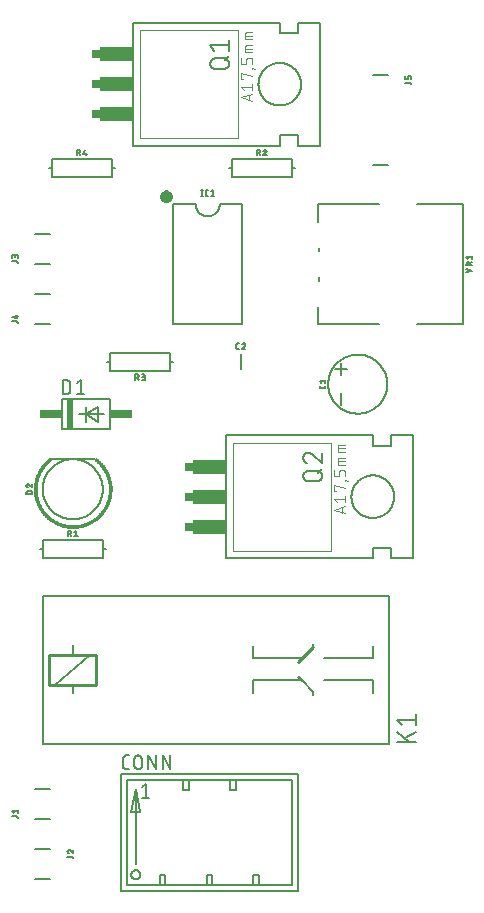
<source format=gbr>
G04 EAGLE Gerber RS-274X export*
G75*
%MOMM*%
%FSLAX34Y34*%
%LPD*%
%INSilkscreen Top*%
%IPPOS*%
%AMOC8*
5,1,8,0,0,1.08239X$1,22.5*%
G01*
%ADD10C,0.203200*%
%ADD11C,0.127000*%
%ADD12C,0.152400*%
%ADD13R,0.508000X2.540000*%
%ADD14R,1.905000X0.762000*%
%ADD15C,0.025400*%
%ADD16C,0.254000*%
%ADD17C,0.177800*%
%ADD18C,0.050800*%
%ADD19C,0.101600*%
%ADD20R,0.635000X0.762000*%
%ADD21R,2.794000X1.270000*%

G36*
X144006Y597977D02*
X144006Y597977D01*
X144054Y597991D01*
X144144Y598008D01*
X145151Y598360D01*
X145195Y598385D01*
X145279Y598422D01*
X146182Y598990D01*
X146219Y599024D01*
X146293Y599078D01*
X147047Y599832D01*
X147076Y599874D01*
X147136Y599943D01*
X147703Y600846D01*
X147722Y600893D01*
X147765Y600974D01*
X148117Y601981D01*
X148125Y602031D01*
X148148Y602119D01*
X148268Y603179D01*
X148264Y603229D01*
X148268Y603321D01*
X148148Y604381D01*
X148134Y604429D01*
X148117Y604519D01*
X147765Y605526D01*
X147740Y605570D01*
X147703Y605654D01*
X147136Y606557D01*
X147102Y606594D01*
X147047Y606668D01*
X146293Y607422D01*
X146251Y607451D01*
X146182Y607511D01*
X145279Y608078D01*
X145232Y608097D01*
X145151Y608140D01*
X144144Y608492D01*
X144094Y608500D01*
X144006Y608523D01*
X142946Y608643D01*
X142896Y608639D01*
X142804Y608643D01*
X141744Y608523D01*
X141696Y608509D01*
X141606Y608492D01*
X140599Y608140D01*
X140555Y608115D01*
X140471Y608078D01*
X139568Y607511D01*
X139531Y607477D01*
X139457Y607422D01*
X138703Y606668D01*
X138674Y606626D01*
X138615Y606557D01*
X138047Y605654D01*
X138028Y605607D01*
X137985Y605526D01*
X137633Y604519D01*
X137625Y604469D01*
X137602Y604381D01*
X137482Y603321D01*
X137486Y603271D01*
X137482Y603179D01*
X137602Y602119D01*
X137616Y602071D01*
X137633Y601981D01*
X137985Y600974D01*
X138010Y600930D01*
X138047Y600846D01*
X138615Y599943D01*
X138649Y599906D01*
X138703Y599832D01*
X139457Y599078D01*
X139499Y599049D01*
X139568Y598990D01*
X140471Y598422D01*
X140518Y598403D01*
X140599Y598360D01*
X141606Y598008D01*
X141656Y598000D01*
X141744Y597977D01*
X142804Y597857D01*
X142854Y597861D01*
X142946Y597857D01*
X144006Y597977D01*
G37*
D10*
X279800Y444500D02*
X279808Y445114D01*
X279830Y445727D01*
X279868Y446339D01*
X279920Y446950D01*
X279988Y447560D01*
X280071Y448168D01*
X280168Y448774D01*
X280280Y449377D01*
X280407Y449978D01*
X280549Y450575D01*
X280706Y451168D01*
X280876Y451757D01*
X281062Y452342D01*
X281261Y452922D01*
X281475Y453497D01*
X281703Y454067D01*
X281945Y454631D01*
X282200Y455189D01*
X282469Y455740D01*
X282752Y456285D01*
X283048Y456822D01*
X283357Y457353D01*
X283679Y457875D01*
X284013Y458389D01*
X284360Y458895D01*
X284720Y459392D01*
X285091Y459881D01*
X285475Y460360D01*
X285870Y460829D01*
X286276Y461289D01*
X286694Y461739D01*
X287122Y462178D01*
X287561Y462606D01*
X288011Y463024D01*
X288471Y463430D01*
X288940Y463825D01*
X289419Y464209D01*
X289908Y464580D01*
X290405Y464940D01*
X290911Y465287D01*
X291425Y465621D01*
X291947Y465943D01*
X292478Y466252D01*
X293015Y466548D01*
X293560Y466831D01*
X294111Y467100D01*
X294669Y467355D01*
X295233Y467597D01*
X295803Y467825D01*
X296378Y468039D01*
X296958Y468238D01*
X297543Y468424D01*
X298132Y468594D01*
X298725Y468751D01*
X299322Y468893D01*
X299923Y469020D01*
X300526Y469132D01*
X301132Y469229D01*
X301740Y469312D01*
X302350Y469380D01*
X302961Y469432D01*
X303573Y469470D01*
X304186Y469492D01*
X304800Y469500D01*
X305414Y469492D01*
X306027Y469470D01*
X306639Y469432D01*
X307250Y469380D01*
X307860Y469312D01*
X308468Y469229D01*
X309074Y469132D01*
X309677Y469020D01*
X310278Y468893D01*
X310875Y468751D01*
X311468Y468594D01*
X312057Y468424D01*
X312642Y468238D01*
X313222Y468039D01*
X313797Y467825D01*
X314367Y467597D01*
X314931Y467355D01*
X315489Y467100D01*
X316040Y466831D01*
X316585Y466548D01*
X317122Y466252D01*
X317653Y465943D01*
X318175Y465621D01*
X318689Y465287D01*
X319195Y464940D01*
X319692Y464580D01*
X320181Y464209D01*
X320660Y463825D01*
X321129Y463430D01*
X321589Y463024D01*
X322039Y462606D01*
X322478Y462178D01*
X322906Y461739D01*
X323324Y461289D01*
X323730Y460829D01*
X324125Y460360D01*
X324509Y459881D01*
X324880Y459392D01*
X325240Y458895D01*
X325587Y458389D01*
X325921Y457875D01*
X326243Y457353D01*
X326552Y456822D01*
X326848Y456285D01*
X327131Y455740D01*
X327400Y455189D01*
X327655Y454631D01*
X327897Y454067D01*
X328125Y453497D01*
X328339Y452922D01*
X328538Y452342D01*
X328724Y451757D01*
X328894Y451168D01*
X329051Y450575D01*
X329193Y449978D01*
X329320Y449377D01*
X329432Y448774D01*
X329529Y448168D01*
X329612Y447560D01*
X329680Y446950D01*
X329732Y446339D01*
X329770Y445727D01*
X329792Y445114D01*
X329800Y444500D01*
X329792Y443886D01*
X329770Y443273D01*
X329732Y442661D01*
X329680Y442050D01*
X329612Y441440D01*
X329529Y440832D01*
X329432Y440226D01*
X329320Y439623D01*
X329193Y439022D01*
X329051Y438425D01*
X328894Y437832D01*
X328724Y437243D01*
X328538Y436658D01*
X328339Y436078D01*
X328125Y435503D01*
X327897Y434933D01*
X327655Y434369D01*
X327400Y433811D01*
X327131Y433260D01*
X326848Y432715D01*
X326552Y432178D01*
X326243Y431647D01*
X325921Y431125D01*
X325587Y430611D01*
X325240Y430105D01*
X324880Y429608D01*
X324509Y429119D01*
X324125Y428640D01*
X323730Y428171D01*
X323324Y427711D01*
X322906Y427261D01*
X322478Y426822D01*
X322039Y426394D01*
X321589Y425976D01*
X321129Y425570D01*
X320660Y425175D01*
X320181Y424791D01*
X319692Y424420D01*
X319195Y424060D01*
X318689Y423713D01*
X318175Y423379D01*
X317653Y423057D01*
X317122Y422748D01*
X316585Y422452D01*
X316040Y422169D01*
X315489Y421900D01*
X314931Y421645D01*
X314367Y421403D01*
X313797Y421175D01*
X313222Y420961D01*
X312642Y420762D01*
X312057Y420576D01*
X311468Y420406D01*
X310875Y420249D01*
X310278Y420107D01*
X309677Y419980D01*
X309074Y419868D01*
X308468Y419771D01*
X307860Y419688D01*
X307250Y419620D01*
X306639Y419568D01*
X306027Y419530D01*
X305414Y419508D01*
X304800Y419500D01*
X304186Y419508D01*
X303573Y419530D01*
X302961Y419568D01*
X302350Y419620D01*
X301740Y419688D01*
X301132Y419771D01*
X300526Y419868D01*
X299923Y419980D01*
X299322Y420107D01*
X298725Y420249D01*
X298132Y420406D01*
X297543Y420576D01*
X296958Y420762D01*
X296378Y420961D01*
X295803Y421175D01*
X295233Y421403D01*
X294669Y421645D01*
X294111Y421900D01*
X293560Y422169D01*
X293015Y422452D01*
X292478Y422748D01*
X291947Y423057D01*
X291425Y423379D01*
X290911Y423713D01*
X290405Y424060D01*
X289908Y424420D01*
X289419Y424791D01*
X288940Y425175D01*
X288471Y425570D01*
X288011Y425976D01*
X287561Y426394D01*
X287122Y426822D01*
X286694Y427261D01*
X286276Y427711D01*
X285870Y428171D01*
X285475Y428640D01*
X285091Y429119D01*
X284720Y429608D01*
X284360Y430105D01*
X284013Y430611D01*
X283679Y431125D01*
X283357Y431647D01*
X283048Y432178D01*
X282752Y432715D01*
X282469Y433260D01*
X282200Y433811D01*
X281945Y434369D01*
X281703Y434933D01*
X281475Y435503D01*
X281261Y436078D01*
X281062Y436658D01*
X280876Y437243D01*
X280706Y437832D01*
X280549Y438425D01*
X280407Y439022D01*
X280280Y439623D01*
X280168Y440226D01*
X280071Y440832D01*
X279988Y441440D01*
X279920Y442050D01*
X279868Y442661D01*
X279830Y443273D01*
X279808Y443886D01*
X279800Y444500D01*
X290830Y437080D02*
X290830Y426920D01*
X290830Y451920D02*
X290830Y462080D01*
X285750Y457000D02*
X295910Y457000D01*
D11*
X277495Y443004D02*
X277495Y441932D01*
X277493Y441867D01*
X277487Y441803D01*
X277477Y441739D01*
X277464Y441675D01*
X277446Y441613D01*
X277425Y441552D01*
X277401Y441492D01*
X277372Y441434D01*
X277340Y441377D01*
X277305Y441323D01*
X277267Y441271D01*
X277225Y441221D01*
X277181Y441174D01*
X277134Y441130D01*
X277084Y441088D01*
X277032Y441050D01*
X276978Y441015D01*
X276921Y440983D01*
X276863Y440954D01*
X276803Y440930D01*
X276742Y440909D01*
X276680Y440891D01*
X276616Y440878D01*
X276552Y440868D01*
X276488Y440862D01*
X276423Y440860D01*
X276423Y440859D02*
X273741Y440859D01*
X273676Y440861D01*
X273612Y440867D01*
X273548Y440877D01*
X273484Y440890D01*
X273422Y440908D01*
X273361Y440929D01*
X273301Y440954D01*
X273242Y440982D01*
X273186Y441014D01*
X273131Y441049D01*
X273079Y441087D01*
X273029Y441129D01*
X272982Y441173D01*
X272938Y441220D01*
X272896Y441270D01*
X272858Y441322D01*
X272823Y441377D01*
X272791Y441433D01*
X272763Y441492D01*
X272738Y441551D01*
X272717Y441613D01*
X272699Y441675D01*
X272686Y441739D01*
X272676Y441803D01*
X272670Y441867D01*
X272668Y441932D01*
X272669Y441932D02*
X272669Y443004D01*
X273741Y445460D02*
X272669Y446800D01*
X277495Y446800D01*
X277495Y445460D02*
X277495Y448141D01*
D10*
X205740Y457200D02*
X205740Y469900D01*
D11*
X204244Y474345D02*
X203172Y474345D01*
X203107Y474347D01*
X203043Y474353D01*
X202979Y474363D01*
X202915Y474376D01*
X202853Y474394D01*
X202792Y474415D01*
X202732Y474439D01*
X202674Y474468D01*
X202617Y474500D01*
X202563Y474535D01*
X202511Y474573D01*
X202461Y474615D01*
X202414Y474659D01*
X202370Y474706D01*
X202328Y474756D01*
X202290Y474808D01*
X202255Y474862D01*
X202223Y474919D01*
X202194Y474977D01*
X202170Y475037D01*
X202149Y475098D01*
X202131Y475160D01*
X202118Y475224D01*
X202108Y475288D01*
X202102Y475352D01*
X202100Y475417D01*
X202099Y475417D02*
X202099Y478099D01*
X202100Y478099D02*
X202102Y478164D01*
X202108Y478228D01*
X202118Y478292D01*
X202131Y478356D01*
X202149Y478418D01*
X202170Y478479D01*
X202194Y478539D01*
X202223Y478597D01*
X202255Y478654D01*
X202290Y478708D01*
X202328Y478760D01*
X202370Y478810D01*
X202414Y478857D01*
X202461Y478901D01*
X202511Y478943D01*
X202563Y478981D01*
X202617Y479016D01*
X202674Y479048D01*
X202732Y479077D01*
X202792Y479101D01*
X202853Y479122D01*
X202915Y479140D01*
X202979Y479153D01*
X203043Y479163D01*
X203107Y479169D01*
X203172Y479171D01*
X204244Y479171D01*
X208174Y479171D02*
X208242Y479169D01*
X208309Y479163D01*
X208376Y479154D01*
X208443Y479141D01*
X208508Y479124D01*
X208573Y479103D01*
X208636Y479079D01*
X208698Y479051D01*
X208758Y479020D01*
X208816Y478986D01*
X208872Y478948D01*
X208927Y478908D01*
X208978Y478864D01*
X209027Y478817D01*
X209074Y478768D01*
X209118Y478717D01*
X209158Y478662D01*
X209196Y478606D01*
X209230Y478548D01*
X209261Y478488D01*
X209289Y478426D01*
X209313Y478363D01*
X209334Y478298D01*
X209351Y478233D01*
X209364Y478166D01*
X209373Y478099D01*
X209379Y478032D01*
X209381Y477964D01*
X208174Y479171D02*
X208096Y479169D01*
X208018Y479163D01*
X207941Y479153D01*
X207864Y479140D01*
X207788Y479122D01*
X207713Y479101D01*
X207639Y479076D01*
X207567Y479047D01*
X207496Y479015D01*
X207427Y478979D01*
X207359Y478940D01*
X207294Y478897D01*
X207231Y478851D01*
X207170Y478802D01*
X207112Y478750D01*
X207057Y478695D01*
X207004Y478638D01*
X206955Y478578D01*
X206908Y478515D01*
X206865Y478451D01*
X206825Y478384D01*
X206788Y478315D01*
X206755Y478244D01*
X206725Y478172D01*
X206699Y478099D01*
X208979Y477026D02*
X209028Y477075D01*
X209075Y477127D01*
X209118Y477182D01*
X209159Y477239D01*
X209197Y477298D01*
X209231Y477359D01*
X209262Y477422D01*
X209290Y477486D01*
X209314Y477552D01*
X209334Y477618D01*
X209351Y477686D01*
X209364Y477755D01*
X209373Y477824D01*
X209379Y477894D01*
X209381Y477964D01*
X208979Y477026D02*
X206700Y474345D01*
X209381Y474345D01*
X104648Y114554D02*
X104648Y15748D01*
X254000Y15748D01*
X254000Y114554D01*
X104648Y114554D01*
X249174Y109474D02*
X249174Y20574D01*
X249174Y109474D02*
X201676Y109474D01*
X109474Y109474D02*
X109474Y20574D01*
X157226Y101092D02*
X157226Y109474D01*
X109474Y109474D01*
X157226Y101092D02*
X162052Y101092D01*
X162052Y109474D01*
X157226Y109474D01*
X196850Y109474D02*
X196850Y101092D01*
X196850Y109474D02*
X162052Y109474D01*
X196850Y101092D02*
X201676Y101092D01*
X201676Y109474D01*
X196850Y109474D01*
X137160Y20574D02*
X109474Y20574D01*
X137160Y20574D02*
X137160Y28956D01*
X137160Y20574D02*
X141986Y20574D01*
X141986Y28956D02*
X137160Y28956D01*
X141986Y28956D02*
X141986Y20574D01*
X176784Y20574D01*
X181610Y20574D02*
X181610Y28956D01*
X181610Y20574D02*
X216408Y20574D01*
X181610Y28956D02*
X176784Y28956D01*
X221234Y28956D02*
X221234Y20574D01*
X249174Y20574D01*
X221234Y28956D02*
X216408Y28956D01*
X176784Y28956D02*
X176784Y20574D01*
X181610Y20574D01*
X216408Y20574D02*
X216408Y28956D01*
X216408Y20574D02*
X221234Y20574D01*
X116840Y38100D02*
X116840Y101600D01*
X113030Y82550D01*
X120650Y82550D02*
X116840Y101600D01*
X113030Y82550D02*
X120650Y82550D01*
X113030Y29210D02*
X113032Y29333D01*
X113038Y29457D01*
X113048Y29580D01*
X113062Y29702D01*
X113080Y29824D01*
X113102Y29946D01*
X113127Y30066D01*
X113157Y30186D01*
X113191Y30305D01*
X113228Y30423D01*
X113269Y30539D01*
X113314Y30654D01*
X113363Y30767D01*
X113415Y30879D01*
X113471Y30989D01*
X113530Y31097D01*
X113593Y31203D01*
X113659Y31307D01*
X113729Y31409D01*
X113802Y31509D01*
X113878Y31606D01*
X113957Y31701D01*
X114039Y31793D01*
X114124Y31882D01*
X114212Y31969D01*
X114303Y32052D01*
X114396Y32133D01*
X114492Y32211D01*
X114591Y32285D01*
X114691Y32356D01*
X114794Y32424D01*
X114899Y32489D01*
X115007Y32550D01*
X115116Y32608D01*
X115227Y32662D01*
X115339Y32712D01*
X115454Y32759D01*
X115569Y32802D01*
X115686Y32841D01*
X115804Y32877D01*
X115924Y32908D01*
X116044Y32936D01*
X116165Y32960D01*
X116287Y32980D01*
X116409Y32996D01*
X116532Y33008D01*
X116655Y33016D01*
X116778Y33020D01*
X116902Y33020D01*
X117025Y33016D01*
X117148Y33008D01*
X117271Y32996D01*
X117393Y32980D01*
X117515Y32960D01*
X117636Y32936D01*
X117756Y32908D01*
X117876Y32877D01*
X117994Y32841D01*
X118111Y32802D01*
X118226Y32759D01*
X118341Y32712D01*
X118453Y32662D01*
X118564Y32608D01*
X118673Y32550D01*
X118781Y32489D01*
X118886Y32424D01*
X118989Y32356D01*
X119089Y32285D01*
X119188Y32211D01*
X119284Y32133D01*
X119377Y32052D01*
X119468Y31969D01*
X119556Y31882D01*
X119641Y31793D01*
X119723Y31701D01*
X119802Y31606D01*
X119878Y31509D01*
X119951Y31409D01*
X120021Y31307D01*
X120087Y31203D01*
X120150Y31097D01*
X120209Y30989D01*
X120265Y30879D01*
X120317Y30767D01*
X120366Y30654D01*
X120411Y30539D01*
X120452Y30423D01*
X120489Y30305D01*
X120523Y30186D01*
X120553Y30066D01*
X120578Y29946D01*
X120600Y29824D01*
X120618Y29702D01*
X120632Y29580D01*
X120642Y29457D01*
X120648Y29333D01*
X120650Y29210D01*
X120648Y29087D01*
X120642Y28963D01*
X120632Y28840D01*
X120618Y28718D01*
X120600Y28596D01*
X120578Y28474D01*
X120553Y28354D01*
X120523Y28234D01*
X120489Y28115D01*
X120452Y27997D01*
X120411Y27881D01*
X120366Y27766D01*
X120317Y27653D01*
X120265Y27541D01*
X120209Y27431D01*
X120150Y27323D01*
X120087Y27217D01*
X120021Y27113D01*
X119951Y27011D01*
X119878Y26911D01*
X119802Y26814D01*
X119723Y26719D01*
X119641Y26627D01*
X119556Y26538D01*
X119468Y26451D01*
X119377Y26368D01*
X119284Y26287D01*
X119188Y26209D01*
X119089Y26135D01*
X118989Y26064D01*
X118886Y25996D01*
X118781Y25931D01*
X118673Y25870D01*
X118564Y25812D01*
X118453Y25758D01*
X118341Y25708D01*
X118226Y25661D01*
X118111Y25618D01*
X117994Y25579D01*
X117876Y25543D01*
X117756Y25512D01*
X117636Y25484D01*
X117515Y25460D01*
X117393Y25440D01*
X117271Y25424D01*
X117148Y25412D01*
X117025Y25404D01*
X116902Y25400D01*
X116778Y25400D01*
X116655Y25404D01*
X116532Y25412D01*
X116409Y25424D01*
X116287Y25440D01*
X116165Y25460D01*
X116044Y25484D01*
X115924Y25512D01*
X115804Y25543D01*
X115686Y25579D01*
X115569Y25618D01*
X115454Y25661D01*
X115339Y25708D01*
X115227Y25758D01*
X115116Y25812D01*
X115007Y25870D01*
X114899Y25931D01*
X114794Y25996D01*
X114691Y26064D01*
X114591Y26135D01*
X114492Y26209D01*
X114396Y26287D01*
X114303Y26368D01*
X114212Y26451D01*
X114124Y26538D01*
X114039Y26627D01*
X113957Y26719D01*
X113878Y26814D01*
X113802Y26911D01*
X113729Y27011D01*
X113659Y27113D01*
X113593Y27217D01*
X113530Y27323D01*
X113471Y27431D01*
X113415Y27541D01*
X113363Y27653D01*
X113314Y27766D01*
X113269Y27881D01*
X113228Y27997D01*
X113191Y28115D01*
X113157Y28234D01*
X113127Y28354D01*
X113102Y28474D01*
X113080Y28596D01*
X113062Y28718D01*
X113048Y28840D01*
X113038Y28963D01*
X113032Y29087D01*
X113030Y29210D01*
X122047Y103251D02*
X125222Y105791D01*
X125222Y94361D01*
X122047Y94361D02*
X128397Y94361D01*
X111125Y118745D02*
X108585Y118745D01*
X108485Y118747D01*
X108386Y118753D01*
X108286Y118763D01*
X108188Y118776D01*
X108089Y118794D01*
X107992Y118815D01*
X107896Y118840D01*
X107800Y118869D01*
X107706Y118902D01*
X107613Y118938D01*
X107522Y118978D01*
X107432Y119022D01*
X107344Y119069D01*
X107258Y119119D01*
X107174Y119173D01*
X107092Y119230D01*
X107013Y119290D01*
X106935Y119354D01*
X106861Y119420D01*
X106789Y119489D01*
X106720Y119561D01*
X106654Y119635D01*
X106590Y119713D01*
X106530Y119792D01*
X106473Y119874D01*
X106419Y119958D01*
X106369Y120044D01*
X106322Y120132D01*
X106278Y120222D01*
X106238Y120313D01*
X106202Y120406D01*
X106169Y120500D01*
X106140Y120596D01*
X106115Y120692D01*
X106094Y120789D01*
X106076Y120888D01*
X106063Y120986D01*
X106053Y121086D01*
X106047Y121185D01*
X106045Y121285D01*
X106045Y127635D01*
X106047Y127735D01*
X106053Y127834D01*
X106063Y127934D01*
X106076Y128032D01*
X106094Y128131D01*
X106115Y128228D01*
X106140Y128324D01*
X106169Y128420D01*
X106202Y128514D01*
X106238Y128607D01*
X106278Y128698D01*
X106322Y128788D01*
X106369Y128876D01*
X106419Y128962D01*
X106473Y129046D01*
X106530Y129128D01*
X106590Y129207D01*
X106654Y129285D01*
X106720Y129359D01*
X106789Y129431D01*
X106861Y129500D01*
X106935Y129566D01*
X107013Y129630D01*
X107092Y129690D01*
X107174Y129747D01*
X107258Y129801D01*
X107344Y129851D01*
X107432Y129898D01*
X107522Y129942D01*
X107613Y129982D01*
X107706Y130018D01*
X107800Y130051D01*
X107896Y130080D01*
X107992Y130105D01*
X108089Y130126D01*
X108188Y130144D01*
X108286Y130157D01*
X108386Y130167D01*
X108485Y130173D01*
X108585Y130175D01*
X111125Y130175D01*
X115607Y127000D02*
X115607Y121920D01*
X115607Y127000D02*
X115609Y127111D01*
X115615Y127221D01*
X115624Y127332D01*
X115638Y127442D01*
X115655Y127551D01*
X115676Y127660D01*
X115701Y127768D01*
X115730Y127875D01*
X115762Y127981D01*
X115798Y128086D01*
X115838Y128189D01*
X115881Y128291D01*
X115928Y128392D01*
X115979Y128491D01*
X116032Y128587D01*
X116089Y128682D01*
X116150Y128775D01*
X116213Y128866D01*
X116280Y128955D01*
X116350Y129041D01*
X116423Y129124D01*
X116498Y129206D01*
X116576Y129284D01*
X116658Y129359D01*
X116741Y129432D01*
X116827Y129502D01*
X116916Y129569D01*
X117007Y129632D01*
X117100Y129693D01*
X117195Y129750D01*
X117291Y129803D01*
X117390Y129854D01*
X117491Y129901D01*
X117593Y129944D01*
X117696Y129984D01*
X117801Y130020D01*
X117907Y130052D01*
X118014Y130081D01*
X118122Y130106D01*
X118231Y130127D01*
X118340Y130144D01*
X118450Y130158D01*
X118561Y130167D01*
X118671Y130173D01*
X118782Y130175D01*
X118893Y130173D01*
X119003Y130167D01*
X119114Y130158D01*
X119224Y130144D01*
X119333Y130127D01*
X119442Y130106D01*
X119550Y130081D01*
X119657Y130052D01*
X119763Y130020D01*
X119868Y129984D01*
X119971Y129944D01*
X120073Y129901D01*
X120174Y129854D01*
X120273Y129803D01*
X120370Y129750D01*
X120464Y129693D01*
X120557Y129632D01*
X120648Y129569D01*
X120737Y129502D01*
X120823Y129432D01*
X120906Y129359D01*
X120988Y129284D01*
X121066Y129206D01*
X121141Y129124D01*
X121214Y129041D01*
X121284Y128955D01*
X121351Y128866D01*
X121414Y128775D01*
X121475Y128682D01*
X121532Y128588D01*
X121585Y128491D01*
X121636Y128392D01*
X121683Y128291D01*
X121726Y128189D01*
X121766Y128086D01*
X121802Y127981D01*
X121834Y127875D01*
X121863Y127768D01*
X121888Y127660D01*
X121909Y127551D01*
X121926Y127442D01*
X121940Y127332D01*
X121949Y127221D01*
X121955Y127111D01*
X121957Y127000D01*
X121957Y121920D01*
X121955Y121809D01*
X121949Y121699D01*
X121940Y121588D01*
X121926Y121478D01*
X121909Y121369D01*
X121888Y121260D01*
X121863Y121152D01*
X121834Y121045D01*
X121802Y120939D01*
X121766Y120834D01*
X121726Y120731D01*
X121683Y120629D01*
X121636Y120528D01*
X121585Y120429D01*
X121532Y120332D01*
X121475Y120238D01*
X121414Y120145D01*
X121351Y120054D01*
X121284Y119965D01*
X121214Y119879D01*
X121141Y119796D01*
X121066Y119714D01*
X120988Y119636D01*
X120906Y119561D01*
X120823Y119488D01*
X120737Y119418D01*
X120648Y119351D01*
X120557Y119288D01*
X120464Y119227D01*
X120369Y119170D01*
X120273Y119117D01*
X120174Y119066D01*
X120073Y119019D01*
X119971Y118976D01*
X119868Y118936D01*
X119763Y118900D01*
X119657Y118868D01*
X119550Y118839D01*
X119442Y118814D01*
X119333Y118793D01*
X119224Y118776D01*
X119114Y118762D01*
X119003Y118753D01*
X118893Y118747D01*
X118782Y118745D01*
X118671Y118747D01*
X118561Y118753D01*
X118450Y118762D01*
X118340Y118776D01*
X118231Y118793D01*
X118122Y118814D01*
X118014Y118839D01*
X117907Y118868D01*
X117801Y118900D01*
X117696Y118936D01*
X117593Y118976D01*
X117491Y119019D01*
X117390Y119066D01*
X117291Y119117D01*
X117195Y119170D01*
X117100Y119227D01*
X117007Y119288D01*
X116916Y119351D01*
X116827Y119418D01*
X116741Y119488D01*
X116658Y119561D01*
X116576Y119636D01*
X116498Y119714D01*
X116423Y119796D01*
X116350Y119879D01*
X116280Y119965D01*
X116213Y120054D01*
X116150Y120145D01*
X116089Y120238D01*
X116032Y120333D01*
X115979Y120429D01*
X115928Y120528D01*
X115881Y120629D01*
X115838Y120731D01*
X115798Y120834D01*
X115762Y120939D01*
X115730Y121045D01*
X115701Y121152D01*
X115676Y121260D01*
X115655Y121369D01*
X115638Y121478D01*
X115624Y121588D01*
X115615Y121699D01*
X115609Y121809D01*
X115607Y121920D01*
X127418Y118745D02*
X127418Y130175D01*
X133768Y118745D01*
X133768Y130175D01*
X139610Y130175D02*
X139610Y118745D01*
X145960Y118745D02*
X139610Y130175D01*
X145960Y130175D02*
X145960Y118745D01*
D12*
X95250Y406400D02*
X54610Y406400D01*
X95250Y406400D02*
X95250Y431800D01*
X54610Y431800D01*
X54610Y406400D01*
X68580Y419100D02*
X74930Y419100D01*
X85090Y425450D02*
X85090Y412750D01*
X74930Y419100D01*
X90170Y419100D01*
X85090Y425450D02*
X74930Y419100D01*
X74930Y425450D01*
X74930Y419100D02*
X74930Y412750D01*
D13*
X60960Y419100D03*
D14*
X104775Y419100D03*
X45085Y419100D03*
D11*
X55245Y436245D02*
X55245Y447675D01*
X58420Y447675D01*
X58531Y447673D01*
X58641Y447667D01*
X58752Y447658D01*
X58862Y447644D01*
X58971Y447627D01*
X59080Y447606D01*
X59188Y447581D01*
X59295Y447552D01*
X59401Y447520D01*
X59506Y447484D01*
X59609Y447444D01*
X59711Y447401D01*
X59812Y447354D01*
X59911Y447303D01*
X60008Y447250D01*
X60102Y447193D01*
X60195Y447132D01*
X60286Y447069D01*
X60375Y447002D01*
X60461Y446932D01*
X60544Y446859D01*
X60626Y446784D01*
X60704Y446706D01*
X60779Y446624D01*
X60852Y446541D01*
X60922Y446455D01*
X60989Y446366D01*
X61052Y446275D01*
X61113Y446182D01*
X61170Y446088D01*
X61223Y445991D01*
X61274Y445892D01*
X61321Y445791D01*
X61364Y445689D01*
X61404Y445586D01*
X61440Y445481D01*
X61472Y445375D01*
X61501Y445268D01*
X61526Y445160D01*
X61547Y445051D01*
X61564Y444942D01*
X61578Y444832D01*
X61587Y444721D01*
X61593Y444611D01*
X61595Y444500D01*
X61595Y439420D01*
X61593Y439309D01*
X61587Y439199D01*
X61578Y439088D01*
X61564Y438978D01*
X61547Y438869D01*
X61526Y438760D01*
X61501Y438652D01*
X61472Y438545D01*
X61440Y438439D01*
X61404Y438334D01*
X61364Y438231D01*
X61321Y438129D01*
X61274Y438028D01*
X61223Y437929D01*
X61170Y437832D01*
X61113Y437738D01*
X61052Y437645D01*
X60989Y437554D01*
X60922Y437465D01*
X60852Y437379D01*
X60779Y437296D01*
X60704Y437214D01*
X60626Y437136D01*
X60544Y437061D01*
X60461Y436988D01*
X60375Y436918D01*
X60286Y436851D01*
X60195Y436788D01*
X60102Y436727D01*
X60007Y436670D01*
X59911Y436617D01*
X59812Y436566D01*
X59711Y436519D01*
X59609Y436476D01*
X59506Y436436D01*
X59401Y436400D01*
X59295Y436368D01*
X59188Y436339D01*
X59080Y436314D01*
X58971Y436293D01*
X58862Y436276D01*
X58752Y436262D01*
X58641Y436253D01*
X58531Y436247D01*
X58420Y436245D01*
X55245Y436245D01*
X67056Y445135D02*
X70231Y447675D01*
X70231Y436245D01*
X67056Y436245D02*
X73406Y436245D01*
D10*
X82550Y381000D02*
X44450Y381000D01*
D15*
X43663Y381838D02*
X45035Y380009D01*
X45034Y380009D02*
X44443Y379550D01*
X43863Y379077D01*
X43295Y378590D01*
X42739Y378089D01*
X42196Y377575D01*
X41665Y377048D01*
X41147Y376508D01*
X40642Y375955D01*
X40152Y375390D01*
X39675Y374813D01*
X39212Y374225D01*
X38764Y373626D01*
X38331Y373015D01*
X37912Y372395D01*
X37510Y371764D01*
X37122Y371124D01*
X36750Y370475D01*
X36395Y369816D01*
X36055Y369149D01*
X35732Y368474D01*
X35426Y367791D01*
X35136Y367101D01*
X34863Y366405D01*
X34608Y365701D01*
X34370Y364992D01*
X34149Y364277D01*
X33945Y363557D01*
X33760Y362832D01*
X33592Y362103D01*
X33442Y361369D01*
X33310Y360633D01*
X33196Y359893D01*
X33100Y359151D01*
X33022Y358407D01*
X32962Y357661D01*
X32921Y356914D01*
X32898Y356166D01*
X32894Y355417D01*
X32907Y354669D01*
X32939Y353921D01*
X32989Y353175D01*
X33058Y352430D01*
X33144Y351686D01*
X33249Y350945D01*
X33372Y350207D01*
X33513Y349472D01*
X33671Y348741D01*
X33848Y348014D01*
X34042Y347291D01*
X34254Y346573D01*
X34484Y345861D01*
X34731Y345155D01*
X34995Y344454D01*
X35276Y343761D01*
X35573Y343074D01*
X35888Y342395D01*
X36219Y341724D01*
X36566Y341061D01*
X36930Y340407D01*
X37309Y339762D01*
X37704Y339127D01*
X38115Y338501D01*
X38540Y337885D01*
X38981Y337280D01*
X39436Y336686D01*
X39906Y336104D01*
X40390Y335533D01*
X40887Y334974D01*
X41398Y334427D01*
X41922Y333893D01*
X42459Y333372D01*
X43009Y332864D01*
X43571Y332370D01*
X44145Y331890D01*
X44730Y331424D01*
X45327Y330972D01*
X45935Y330535D01*
X46553Y330113D01*
X47181Y329706D01*
X47819Y329315D01*
X48466Y328940D01*
X49122Y328580D01*
X49787Y328237D01*
X50460Y327910D01*
X51141Y327599D01*
X51829Y327305D01*
X52525Y327029D01*
X53226Y326769D01*
X53934Y326526D01*
X54648Y326301D01*
X55367Y326093D01*
X56091Y325903D01*
X56819Y325731D01*
X57551Y325577D01*
X58287Y325440D01*
X59026Y325322D01*
X59768Y325221D01*
X60511Y325139D01*
X61257Y325075D01*
X62004Y325030D01*
X62752Y325002D01*
X63500Y324993D01*
X64248Y325002D01*
X64996Y325030D01*
X65743Y325075D01*
X66489Y325139D01*
X67232Y325221D01*
X67974Y325322D01*
X68713Y325440D01*
X69449Y325577D01*
X70181Y325731D01*
X70909Y325903D01*
X71633Y326093D01*
X72352Y326301D01*
X73066Y326526D01*
X73774Y326769D01*
X74475Y327029D01*
X75171Y327305D01*
X75859Y327599D01*
X76540Y327910D01*
X77213Y328237D01*
X77878Y328580D01*
X78534Y328940D01*
X79181Y329315D01*
X79819Y329706D01*
X80447Y330113D01*
X81065Y330535D01*
X81673Y330972D01*
X82270Y331424D01*
X82855Y331890D01*
X83429Y332370D01*
X83991Y332864D01*
X84541Y333372D01*
X85078Y333893D01*
X85602Y334427D01*
X86113Y334974D01*
X86610Y335533D01*
X87094Y336104D01*
X87564Y336686D01*
X88019Y337280D01*
X88460Y337885D01*
X88885Y338501D01*
X89296Y339127D01*
X89691Y339762D01*
X90070Y340407D01*
X90434Y341061D01*
X90781Y341724D01*
X91112Y342395D01*
X91427Y343074D01*
X91724Y343761D01*
X92005Y344454D01*
X92269Y345155D01*
X92516Y345861D01*
X92746Y346573D01*
X92958Y347291D01*
X93152Y348014D01*
X93329Y348741D01*
X93487Y349472D01*
X93628Y350207D01*
X93751Y350945D01*
X93856Y351686D01*
X93942Y352430D01*
X94011Y353175D01*
X94061Y353921D01*
X94093Y354669D01*
X94106Y355417D01*
X94102Y356166D01*
X94079Y356914D01*
X94038Y357661D01*
X93978Y358407D01*
X93900Y359151D01*
X93804Y359893D01*
X93690Y360633D01*
X93558Y361369D01*
X93408Y362103D01*
X93240Y362832D01*
X93055Y363557D01*
X92851Y364277D01*
X92630Y364992D01*
X92392Y365701D01*
X92137Y366405D01*
X91864Y367101D01*
X91574Y367791D01*
X91268Y368474D01*
X90945Y369149D01*
X90605Y369816D01*
X90250Y370475D01*
X89878Y371124D01*
X89490Y371764D01*
X89088Y372395D01*
X88669Y373015D01*
X88236Y373626D01*
X87788Y374225D01*
X87325Y374813D01*
X86848Y375390D01*
X86358Y375955D01*
X85853Y376508D01*
X85335Y377048D01*
X84804Y377575D01*
X84261Y378089D01*
X83705Y378590D01*
X83137Y379077D01*
X82557Y379550D01*
X81966Y380009D01*
X83337Y381838D01*
X83973Y381345D01*
X84596Y380837D01*
X85207Y380313D01*
X85805Y379775D01*
X86389Y379223D01*
X86960Y378656D01*
X87517Y378076D01*
X88059Y377482D01*
X88587Y376875D01*
X89099Y376255D01*
X89597Y375623D01*
X90079Y374979D01*
X90544Y374323D01*
X90994Y373656D01*
X91427Y372978D01*
X91844Y372290D01*
X92244Y371592D01*
X92626Y370885D01*
X92991Y370168D01*
X93338Y369443D01*
X93668Y368709D01*
X93979Y367967D01*
X94273Y367218D01*
X94548Y366463D01*
X94804Y365700D01*
X95042Y364932D01*
X95260Y364158D01*
X95460Y363379D01*
X95641Y362595D01*
X95802Y361807D01*
X95944Y361015D01*
X96067Y360220D01*
X96170Y359423D01*
X96254Y358623D01*
X96318Y357821D01*
X96362Y357018D01*
X96387Y356214D01*
X96392Y355410D01*
X96378Y354605D01*
X96344Y353802D01*
X96290Y352999D01*
X96217Y352198D01*
X96124Y351399D01*
X96011Y350603D01*
X95879Y349810D01*
X95728Y349020D01*
X95558Y348234D01*
X95368Y347452D01*
X95159Y346675D01*
X94931Y345904D01*
X94685Y345138D01*
X94420Y344379D01*
X94136Y343626D01*
X93834Y342881D01*
X93514Y342143D01*
X93176Y341413D01*
X92820Y340691D01*
X92447Y339979D01*
X92056Y339276D01*
X91649Y338583D01*
X91224Y337899D01*
X90783Y337227D01*
X90326Y336565D01*
X89852Y335915D01*
X89363Y335277D01*
X88859Y334650D01*
X88339Y334036D01*
X87804Y333436D01*
X87255Y332848D01*
X86691Y332274D01*
X86114Y331714D01*
X85523Y331168D01*
X84919Y330637D01*
X84303Y330121D01*
X83673Y329620D01*
X83032Y329134D01*
X82379Y328664D01*
X81715Y328211D01*
X81040Y327774D01*
X80354Y327353D01*
X79659Y326949D01*
X78953Y326563D01*
X78239Y326194D01*
X77515Y325842D01*
X76783Y325508D01*
X76044Y325193D01*
X75296Y324895D01*
X74542Y324616D01*
X73781Y324355D01*
X73014Y324113D01*
X72241Y323890D01*
X71463Y323686D01*
X70681Y323500D01*
X69894Y323334D01*
X69103Y323188D01*
X68309Y323060D01*
X67512Y322953D01*
X66712Y322864D01*
X65911Y322795D01*
X65108Y322746D01*
X64304Y322717D01*
X63500Y322707D01*
X62696Y322717D01*
X61892Y322746D01*
X61089Y322795D01*
X60288Y322864D01*
X59488Y322953D01*
X58691Y323060D01*
X57897Y323188D01*
X57106Y323334D01*
X56319Y323500D01*
X55537Y323686D01*
X54759Y323890D01*
X53986Y324113D01*
X53219Y324355D01*
X52458Y324616D01*
X51704Y324895D01*
X50956Y325193D01*
X50217Y325508D01*
X49485Y325842D01*
X48761Y326194D01*
X48047Y326563D01*
X47341Y326949D01*
X46646Y327353D01*
X45960Y327774D01*
X45285Y328211D01*
X44621Y328664D01*
X43968Y329134D01*
X43327Y329620D01*
X42697Y330121D01*
X42081Y330637D01*
X41477Y331168D01*
X40886Y331714D01*
X40309Y332274D01*
X39745Y332848D01*
X39196Y333436D01*
X38661Y334036D01*
X38141Y334650D01*
X37637Y335277D01*
X37148Y335915D01*
X36674Y336565D01*
X36217Y337227D01*
X35776Y337899D01*
X35351Y338583D01*
X34944Y339276D01*
X34553Y339979D01*
X34180Y340691D01*
X33824Y341413D01*
X33486Y342143D01*
X33166Y342881D01*
X32864Y343626D01*
X32580Y344379D01*
X32315Y345138D01*
X32069Y345904D01*
X31841Y346675D01*
X31632Y347452D01*
X31442Y348234D01*
X31272Y349020D01*
X31121Y349810D01*
X30989Y350603D01*
X30876Y351399D01*
X30783Y352198D01*
X30710Y352999D01*
X30656Y353802D01*
X30622Y354605D01*
X30608Y355410D01*
X30613Y356214D01*
X30638Y357018D01*
X30682Y357821D01*
X30746Y358623D01*
X30830Y359423D01*
X30933Y360220D01*
X31056Y361015D01*
X31198Y361807D01*
X31359Y362595D01*
X31540Y363379D01*
X31740Y364158D01*
X31958Y364932D01*
X32196Y365700D01*
X32452Y366463D01*
X32727Y367218D01*
X33021Y367967D01*
X33332Y368709D01*
X33662Y369443D01*
X34009Y370168D01*
X34374Y370885D01*
X34756Y371592D01*
X35156Y372290D01*
X35573Y372978D01*
X36006Y373656D01*
X36456Y374323D01*
X36921Y374979D01*
X37403Y375623D01*
X37901Y376255D01*
X38413Y376875D01*
X38941Y377482D01*
X39483Y378076D01*
X40040Y378656D01*
X40611Y379223D01*
X41195Y379775D01*
X41793Y380313D01*
X42404Y380837D01*
X43027Y381345D01*
X43663Y381838D01*
X43807Y381646D01*
X43176Y381157D01*
X42557Y380652D01*
X41951Y380133D01*
X41357Y379598D01*
X40777Y379050D01*
X40211Y378487D01*
X39658Y377911D01*
X39120Y377321D01*
X38596Y376719D01*
X38087Y376103D01*
X37593Y375476D01*
X37115Y374837D01*
X36652Y374186D01*
X36206Y373524D01*
X35776Y372851D01*
X35362Y372168D01*
X34966Y371475D01*
X34586Y370773D01*
X34224Y370061D01*
X33879Y369341D01*
X33552Y368613D01*
X33243Y367876D01*
X32952Y367133D01*
X32679Y366383D01*
X32424Y365626D01*
X32188Y364863D01*
X31971Y364095D01*
X31773Y363321D01*
X31594Y362543D01*
X31433Y361761D01*
X31292Y360975D01*
X31171Y360186D01*
X31068Y359394D01*
X30985Y358600D01*
X30921Y357804D01*
X30877Y357007D01*
X30853Y356209D01*
X30848Y355410D01*
X30862Y354612D01*
X30896Y353814D01*
X30949Y353018D01*
X31022Y352223D01*
X31114Y351430D01*
X31226Y350639D01*
X31357Y349851D01*
X31507Y349067D01*
X31676Y348287D01*
X31865Y347511D01*
X32072Y346740D01*
X32298Y345974D01*
X32543Y345214D01*
X32806Y344460D01*
X33088Y343713D01*
X33387Y342973D01*
X33705Y342240D01*
X34041Y341516D01*
X34394Y340800D01*
X34764Y340093D01*
X35152Y339395D01*
X35557Y338706D01*
X35978Y338028D01*
X36416Y337361D01*
X36870Y336704D01*
X37340Y336058D01*
X37826Y335425D01*
X38327Y334803D01*
X38843Y334194D01*
X39373Y333597D01*
X39919Y333014D01*
X40478Y332444D01*
X41051Y331888D01*
X41638Y331346D01*
X42237Y330819D01*
X42849Y330306D01*
X43474Y329809D01*
X44111Y329327D01*
X44759Y328861D01*
X45418Y328411D01*
X46088Y327977D01*
X46769Y327559D01*
X47460Y327158D01*
X48160Y326775D01*
X48869Y326408D01*
X49587Y326059D01*
X50314Y325728D01*
X51048Y325414D01*
X51790Y325119D01*
X52539Y324842D01*
X53294Y324583D01*
X54055Y324343D01*
X54822Y324121D01*
X55595Y323918D01*
X56372Y323735D01*
X57153Y323570D01*
X57938Y323424D01*
X58726Y323298D01*
X59518Y323191D01*
X60311Y323103D01*
X61107Y323035D01*
X61904Y322986D01*
X62702Y322957D01*
X63500Y322947D01*
X64298Y322957D01*
X65096Y322986D01*
X65893Y323035D01*
X66689Y323103D01*
X67482Y323191D01*
X68274Y323298D01*
X69062Y323424D01*
X69847Y323570D01*
X70628Y323735D01*
X71405Y323918D01*
X72178Y324121D01*
X72945Y324343D01*
X73706Y324583D01*
X74461Y324842D01*
X75210Y325119D01*
X75952Y325414D01*
X76686Y325728D01*
X77413Y326059D01*
X78131Y326408D01*
X78840Y326775D01*
X79540Y327158D01*
X80231Y327559D01*
X80912Y327977D01*
X81582Y328411D01*
X82241Y328861D01*
X82889Y329327D01*
X83526Y329809D01*
X84151Y330306D01*
X84763Y330819D01*
X85362Y331346D01*
X85949Y331888D01*
X86522Y332444D01*
X87081Y333014D01*
X87627Y333597D01*
X88157Y334194D01*
X88673Y334803D01*
X89174Y335425D01*
X89660Y336058D01*
X90130Y336704D01*
X90584Y337361D01*
X91022Y338028D01*
X91443Y338706D01*
X91848Y339395D01*
X92236Y340093D01*
X92606Y340800D01*
X92959Y341516D01*
X93295Y342240D01*
X93613Y342973D01*
X93912Y343713D01*
X94194Y344460D01*
X94457Y345214D01*
X94702Y345974D01*
X94928Y346740D01*
X95135Y347511D01*
X95324Y348287D01*
X95493Y349067D01*
X95643Y349851D01*
X95774Y350639D01*
X95886Y351430D01*
X95978Y352223D01*
X96051Y353018D01*
X96104Y353814D01*
X96138Y354612D01*
X96152Y355410D01*
X96147Y356209D01*
X96123Y357007D01*
X96079Y357804D01*
X96015Y358600D01*
X95932Y359394D01*
X95829Y360186D01*
X95708Y360975D01*
X95567Y361761D01*
X95406Y362543D01*
X95227Y363321D01*
X95029Y364095D01*
X94812Y364863D01*
X94576Y365626D01*
X94321Y366383D01*
X94048Y367133D01*
X93757Y367876D01*
X93448Y368613D01*
X93121Y369341D01*
X92776Y370061D01*
X92414Y370773D01*
X92034Y371475D01*
X91638Y372168D01*
X91224Y372851D01*
X90794Y373524D01*
X90348Y374186D01*
X89885Y374837D01*
X89407Y375476D01*
X88913Y376103D01*
X88404Y376719D01*
X87880Y377321D01*
X87342Y377911D01*
X86789Y378487D01*
X86223Y379050D01*
X85643Y379598D01*
X85049Y380133D01*
X84443Y380652D01*
X83824Y381157D01*
X83193Y381646D01*
X83049Y381454D01*
X83676Y380968D01*
X84290Y380467D01*
X84892Y379952D01*
X85481Y379421D01*
X86056Y378877D01*
X86619Y378318D01*
X87167Y377746D01*
X87702Y377161D01*
X88222Y376563D01*
X88727Y375952D01*
X89217Y375329D01*
X89692Y374695D01*
X90151Y374048D01*
X90594Y373391D01*
X91021Y372724D01*
X91431Y372045D01*
X91825Y371358D01*
X92202Y370660D01*
X92561Y369954D01*
X92904Y369239D01*
X93228Y368516D01*
X93535Y367786D01*
X93824Y367048D01*
X94095Y366303D01*
X94348Y365551D01*
X94582Y364794D01*
X94797Y364032D01*
X94994Y363264D01*
X95172Y362491D01*
X95331Y361715D01*
X95471Y360935D01*
X95592Y360152D01*
X95694Y359366D01*
X95776Y358577D01*
X95839Y357787D01*
X95883Y356996D01*
X95907Y356204D01*
X95912Y355411D01*
X95898Y354619D01*
X95864Y353827D01*
X95811Y353036D01*
X95739Y352247D01*
X95647Y351460D01*
X95537Y350675D01*
X95407Y349893D01*
X95258Y349115D01*
X95089Y348340D01*
X94903Y347570D01*
X94697Y346804D01*
X94472Y346044D01*
X94230Y345290D01*
X93968Y344542D01*
X93689Y343800D01*
X93391Y343065D01*
X93076Y342338D01*
X92743Y341619D01*
X92392Y340908D01*
X92024Y340206D01*
X91639Y339513D01*
X91238Y338830D01*
X90819Y338157D01*
X90385Y337494D01*
X89934Y336842D01*
X89467Y336202D01*
X88985Y335573D01*
X88488Y334955D01*
X87976Y334351D01*
X87449Y333759D01*
X86908Y333180D01*
X86353Y332614D01*
X85784Y332062D01*
X85202Y331524D01*
X84606Y331001D01*
X83999Y330492D01*
X83379Y329998D01*
X82747Y329520D01*
X82103Y329057D01*
X81449Y328610D01*
X80784Y328180D01*
X80108Y327765D01*
X79422Y327367D01*
X78727Y326987D01*
X78023Y326623D01*
X77310Y326276D01*
X76589Y325947D01*
X75860Y325636D01*
X75124Y325343D01*
X74381Y325068D01*
X73631Y324811D01*
X72875Y324572D01*
X72114Y324352D01*
X71347Y324151D01*
X70576Y323969D01*
X69800Y323805D01*
X69021Y323661D01*
X68238Y323535D01*
X67453Y323429D01*
X66665Y323342D01*
X65876Y323274D01*
X65085Y323226D01*
X64293Y323197D01*
X63500Y323187D01*
X62707Y323197D01*
X61915Y323226D01*
X61124Y323274D01*
X60335Y323342D01*
X59547Y323429D01*
X58762Y323535D01*
X57979Y323661D01*
X57200Y323805D01*
X56424Y323969D01*
X55653Y324151D01*
X54886Y324352D01*
X54125Y324572D01*
X53369Y324811D01*
X52619Y325068D01*
X51876Y325343D01*
X51140Y325636D01*
X50411Y325947D01*
X49690Y326276D01*
X48977Y326623D01*
X48273Y326987D01*
X47578Y327367D01*
X46892Y327765D01*
X46216Y328180D01*
X45551Y328610D01*
X44897Y329057D01*
X44253Y329520D01*
X43621Y329998D01*
X43001Y330492D01*
X42394Y331001D01*
X41798Y331524D01*
X41216Y332062D01*
X40647Y332614D01*
X40092Y333180D01*
X39551Y333759D01*
X39024Y334351D01*
X38512Y334955D01*
X38015Y335573D01*
X37533Y336202D01*
X37066Y336842D01*
X36615Y337494D01*
X36181Y338157D01*
X35762Y338830D01*
X35361Y339513D01*
X34976Y340206D01*
X34608Y340908D01*
X34257Y341619D01*
X33924Y342338D01*
X33609Y343065D01*
X33311Y343800D01*
X33032Y344542D01*
X32770Y345290D01*
X32528Y346044D01*
X32303Y346804D01*
X32097Y347570D01*
X31911Y348340D01*
X31742Y349115D01*
X31593Y349893D01*
X31463Y350675D01*
X31353Y351460D01*
X31261Y352247D01*
X31189Y353036D01*
X31136Y353827D01*
X31102Y354619D01*
X31088Y355411D01*
X31093Y356204D01*
X31117Y356996D01*
X31161Y357787D01*
X31224Y358577D01*
X31306Y359366D01*
X31408Y360152D01*
X31529Y360935D01*
X31669Y361715D01*
X31828Y362491D01*
X32006Y363264D01*
X32203Y364032D01*
X32418Y364794D01*
X32652Y365551D01*
X32905Y366303D01*
X33176Y367048D01*
X33465Y367786D01*
X33772Y368516D01*
X34096Y369239D01*
X34439Y369954D01*
X34798Y370660D01*
X35175Y371358D01*
X35569Y372045D01*
X35979Y372724D01*
X36406Y373391D01*
X36849Y374048D01*
X37308Y374695D01*
X37783Y375329D01*
X38273Y375952D01*
X38778Y376563D01*
X39298Y377161D01*
X39833Y377746D01*
X40381Y378318D01*
X40944Y378877D01*
X41519Y379421D01*
X42108Y379952D01*
X42710Y380467D01*
X43324Y380968D01*
X43951Y381454D01*
X44095Y381262D01*
X43473Y380780D01*
X42863Y380283D01*
X42266Y379771D01*
X41682Y379244D01*
X41110Y378704D01*
X40552Y378149D01*
X40007Y377582D01*
X39477Y377001D01*
X38961Y376407D01*
X38459Y375801D01*
X37973Y375182D01*
X37502Y374552D01*
X37046Y373911D01*
X36606Y373259D01*
X36183Y372596D01*
X35775Y371923D01*
X35384Y371240D01*
X35010Y370548D01*
X34654Y369847D01*
X34314Y369138D01*
X33992Y368420D01*
X33687Y367695D01*
X33400Y366962D01*
X33131Y366223D01*
X32881Y365477D01*
X32648Y364725D01*
X32434Y363968D01*
X32239Y363206D01*
X32062Y362440D01*
X31905Y361669D01*
X31766Y360895D01*
X31646Y360117D01*
X31545Y359337D01*
X31463Y358555D01*
X31400Y357770D01*
X31357Y356985D01*
X31333Y356199D01*
X31328Y355412D01*
X31342Y354625D01*
X31375Y353839D01*
X31428Y353055D01*
X31500Y352271D01*
X31591Y351490D01*
X31701Y350711D01*
X31830Y349935D01*
X31978Y349162D01*
X32145Y348393D01*
X32330Y347629D01*
X32534Y346869D01*
X32757Y346115D01*
X32998Y345366D01*
X33257Y344623D01*
X33535Y343887D01*
X33830Y343158D01*
X34143Y342436D01*
X34474Y341722D01*
X34822Y341017D01*
X35187Y340320D01*
X35569Y339632D01*
X35968Y338954D01*
X36383Y338286D01*
X36815Y337628D01*
X37262Y336981D01*
X37725Y336345D01*
X38204Y335721D01*
X38697Y335108D01*
X39206Y334508D01*
X39729Y333920D01*
X40266Y333345D01*
X40817Y332784D01*
X41381Y332236D01*
X41959Y331702D01*
X42550Y331183D01*
X43153Y330678D01*
X43769Y330188D01*
X44396Y329713D01*
X45035Y329254D01*
X45684Y328810D01*
X46345Y328382D01*
X47015Y327971D01*
X47696Y327576D01*
X48386Y327198D01*
X49085Y326837D01*
X49792Y326493D01*
X50508Y326167D01*
X51231Y325858D01*
X51962Y325567D01*
X52700Y325294D01*
X53444Y325039D01*
X54194Y324802D01*
X54950Y324584D01*
X55711Y324384D01*
X56477Y324203D01*
X57246Y324041D01*
X58020Y323897D01*
X58797Y323773D01*
X59576Y323667D01*
X60358Y323581D01*
X61142Y323514D01*
X61927Y323465D01*
X62713Y323437D01*
X63500Y323427D01*
X64287Y323437D01*
X65073Y323465D01*
X65858Y323514D01*
X66642Y323581D01*
X67424Y323667D01*
X68203Y323773D01*
X68980Y323897D01*
X69754Y324041D01*
X70523Y324203D01*
X71289Y324384D01*
X72050Y324584D01*
X72806Y324802D01*
X73556Y325039D01*
X74300Y325294D01*
X75038Y325567D01*
X75769Y325858D01*
X76492Y326167D01*
X77208Y326493D01*
X77915Y326837D01*
X78614Y327198D01*
X79304Y327576D01*
X79985Y327971D01*
X80655Y328382D01*
X81316Y328810D01*
X81965Y329254D01*
X82604Y329713D01*
X83231Y330188D01*
X83847Y330678D01*
X84450Y331183D01*
X85041Y331702D01*
X85619Y332236D01*
X86183Y332784D01*
X86734Y333345D01*
X87271Y333920D01*
X87794Y334508D01*
X88303Y335108D01*
X88796Y335721D01*
X89275Y336345D01*
X89738Y336981D01*
X90185Y337628D01*
X90617Y338286D01*
X91032Y338954D01*
X91431Y339632D01*
X91813Y340320D01*
X92178Y341017D01*
X92526Y341722D01*
X92857Y342436D01*
X93170Y343158D01*
X93465Y343887D01*
X93743Y344623D01*
X94002Y345366D01*
X94243Y346115D01*
X94466Y346869D01*
X94670Y347629D01*
X94855Y348393D01*
X95022Y349162D01*
X95170Y349935D01*
X95299Y350711D01*
X95409Y351490D01*
X95500Y352271D01*
X95572Y353055D01*
X95625Y353839D01*
X95658Y354625D01*
X95672Y355412D01*
X95667Y356199D01*
X95643Y356985D01*
X95600Y357770D01*
X95537Y358555D01*
X95455Y359337D01*
X95354Y360117D01*
X95234Y360895D01*
X95095Y361669D01*
X94938Y362440D01*
X94761Y363206D01*
X94566Y363968D01*
X94352Y364725D01*
X94119Y365477D01*
X93869Y366223D01*
X93600Y366962D01*
X93313Y367695D01*
X93008Y368420D01*
X92686Y369138D01*
X92346Y369847D01*
X91990Y370548D01*
X91616Y371240D01*
X91225Y371923D01*
X90817Y372596D01*
X90394Y373259D01*
X89954Y373911D01*
X89498Y374552D01*
X89027Y375182D01*
X88541Y375801D01*
X88039Y376407D01*
X87523Y377001D01*
X86993Y377582D01*
X86448Y378149D01*
X85890Y378704D01*
X85318Y379244D01*
X84734Y379771D01*
X84137Y380283D01*
X83527Y380780D01*
X82905Y381262D01*
X82761Y381070D01*
X83378Y380591D01*
X83983Y380098D01*
X84576Y379590D01*
X85156Y379067D01*
X85724Y378531D01*
X86278Y377981D01*
X86818Y377417D01*
X87345Y376840D01*
X87857Y376251D01*
X88354Y375649D01*
X88837Y375036D01*
X89305Y374410D01*
X89757Y373774D01*
X90193Y373126D01*
X90614Y372469D01*
X91018Y371801D01*
X91406Y371123D01*
X91777Y370436D01*
X92132Y369740D01*
X92469Y369036D01*
X92789Y368324D01*
X93091Y367604D01*
X93376Y366877D01*
X93642Y366143D01*
X93891Y365403D01*
X94122Y364657D01*
X94334Y363905D01*
X94528Y363149D01*
X94703Y362388D01*
X94860Y361623D01*
X94998Y360855D01*
X95117Y360083D01*
X95217Y359309D01*
X95298Y358532D01*
X95360Y357754D01*
X95403Y356974D01*
X95427Y356194D01*
X95432Y355413D01*
X95418Y354632D01*
X95385Y353852D01*
X95333Y353073D01*
X95262Y352295D01*
X95171Y351520D01*
X95062Y350747D01*
X94934Y349976D01*
X94787Y349210D01*
X94621Y348447D01*
X94437Y347688D01*
X94235Y346934D01*
X94013Y346185D01*
X93774Y345442D01*
X93517Y344705D01*
X93241Y343974D01*
X92948Y343250D01*
X92637Y342534D01*
X92309Y341825D01*
X91964Y341125D01*
X91601Y340434D01*
X91222Y339751D01*
X90826Y339078D01*
X90414Y338415D01*
X89986Y337762D01*
X89542Y337120D01*
X89082Y336488D01*
X88608Y335869D01*
X88118Y335261D01*
X87613Y334665D01*
X87094Y334082D01*
X86561Y333511D01*
X86014Y332954D01*
X85453Y332410D01*
X84880Y331880D01*
X84293Y331365D01*
X83695Y330864D01*
X83084Y330377D01*
X82461Y329906D01*
X81827Y329450D01*
X81183Y329010D01*
X80527Y328585D01*
X79862Y328177D01*
X79186Y327785D01*
X78501Y327410D01*
X77808Y327052D01*
X77106Y326710D01*
X76395Y326386D01*
X75677Y326080D01*
X74952Y325791D01*
X74219Y325520D01*
X73481Y325267D01*
X72736Y325032D01*
X71986Y324815D01*
X71231Y324617D01*
X70471Y324437D01*
X69707Y324276D01*
X68939Y324134D01*
X68168Y324010D01*
X67394Y323905D01*
X66618Y323820D01*
X65840Y323753D01*
X65061Y323705D01*
X64281Y323677D01*
X63500Y323667D01*
X62719Y323677D01*
X61939Y323705D01*
X61160Y323753D01*
X60382Y323820D01*
X59606Y323905D01*
X58832Y324010D01*
X58061Y324134D01*
X57293Y324276D01*
X56529Y324437D01*
X55769Y324617D01*
X55014Y324815D01*
X54264Y325032D01*
X53519Y325267D01*
X52781Y325520D01*
X52048Y325791D01*
X51323Y326080D01*
X50605Y326386D01*
X49894Y326710D01*
X49192Y327052D01*
X48499Y327410D01*
X47814Y327785D01*
X47138Y328177D01*
X46473Y328585D01*
X45817Y329010D01*
X45173Y329450D01*
X44539Y329906D01*
X43916Y330377D01*
X43305Y330864D01*
X42707Y331365D01*
X42120Y331880D01*
X41547Y332410D01*
X40986Y332954D01*
X40439Y333511D01*
X39906Y334082D01*
X39387Y334665D01*
X38882Y335261D01*
X38392Y335869D01*
X37918Y336488D01*
X37458Y337120D01*
X37014Y337762D01*
X36586Y338415D01*
X36174Y339078D01*
X35778Y339751D01*
X35399Y340434D01*
X35036Y341125D01*
X34691Y341825D01*
X34363Y342534D01*
X34052Y343250D01*
X33759Y343974D01*
X33483Y344705D01*
X33226Y345442D01*
X32987Y346185D01*
X32765Y346934D01*
X32563Y347688D01*
X32379Y348447D01*
X32213Y349210D01*
X32066Y349976D01*
X31938Y350747D01*
X31829Y351520D01*
X31738Y352295D01*
X31667Y353073D01*
X31615Y353852D01*
X31582Y354632D01*
X31568Y355413D01*
X31573Y356194D01*
X31597Y356974D01*
X31640Y357754D01*
X31702Y358532D01*
X31783Y359309D01*
X31883Y360083D01*
X32002Y360855D01*
X32140Y361623D01*
X32297Y362388D01*
X32472Y363149D01*
X32666Y363905D01*
X32878Y364657D01*
X33109Y365403D01*
X33358Y366143D01*
X33624Y366877D01*
X33909Y367604D01*
X34211Y368324D01*
X34531Y369036D01*
X34868Y369740D01*
X35223Y370436D01*
X35594Y371123D01*
X35982Y371801D01*
X36386Y372469D01*
X36807Y373126D01*
X37243Y373774D01*
X37695Y374410D01*
X38163Y375036D01*
X38646Y375649D01*
X39143Y376251D01*
X39655Y376840D01*
X40182Y377417D01*
X40722Y377981D01*
X41276Y378531D01*
X41844Y379067D01*
X42424Y379590D01*
X43017Y380098D01*
X43622Y380591D01*
X44239Y381070D01*
X44383Y380878D01*
X43770Y380403D01*
X43170Y379913D01*
X42582Y379409D01*
X42006Y378890D01*
X41443Y378358D01*
X40893Y377812D01*
X40357Y377252D01*
X39834Y376680D01*
X39326Y376095D01*
X38832Y375498D01*
X38353Y374889D01*
X37889Y374268D01*
X37440Y373637D01*
X37007Y372994D01*
X36589Y372341D01*
X36188Y371678D01*
X35803Y371006D01*
X35435Y370324D01*
X35083Y369633D01*
X34749Y368934D01*
X34431Y368227D01*
X34131Y367513D01*
X33849Y366791D01*
X33584Y366063D01*
X33337Y365328D01*
X33108Y364588D01*
X32898Y363842D01*
X32705Y363092D01*
X32531Y362336D01*
X32376Y361577D01*
X32239Y360814D01*
X32121Y360049D01*
X32021Y359280D01*
X31941Y358509D01*
X31879Y357737D01*
X31836Y356963D01*
X31812Y356189D01*
X31808Y355414D01*
X31822Y354639D01*
X31855Y353865D01*
X31906Y353091D01*
X31977Y352320D01*
X32067Y351550D01*
X32175Y350783D01*
X32302Y350018D01*
X32448Y349257D01*
X32613Y348500D01*
X32795Y347747D01*
X32997Y346998D01*
X33216Y346255D01*
X33454Y345518D01*
X33709Y344786D01*
X33982Y344061D01*
X34273Y343343D01*
X34582Y342632D01*
X34907Y341929D01*
X35250Y341234D01*
X35610Y340547D01*
X35986Y339870D01*
X36379Y339202D01*
X36788Y338544D01*
X37213Y337896D01*
X37654Y337258D01*
X38110Y336632D01*
X38581Y336017D01*
X39068Y335413D01*
X39568Y334822D01*
X40084Y334243D01*
X40613Y333677D01*
X41156Y333124D01*
X41712Y332584D01*
X42281Y332058D01*
X42863Y331547D01*
X43457Y331049D01*
X44064Y330567D01*
X44681Y330099D01*
X45310Y329646D01*
X45950Y329209D01*
X46601Y328788D01*
X47262Y328383D01*
X47932Y327994D01*
X48611Y327622D01*
X49300Y327266D01*
X49997Y326927D01*
X50702Y326606D01*
X51415Y326302D01*
X52135Y326015D01*
X52861Y325746D01*
X53594Y325495D01*
X54333Y325262D01*
X55078Y325047D01*
X55827Y324850D01*
X56582Y324671D01*
X57340Y324511D01*
X58102Y324370D01*
X58867Y324247D01*
X59635Y324144D01*
X60405Y324058D01*
X61177Y323992D01*
X61951Y323945D01*
X62725Y323916D01*
X63500Y323907D01*
X64275Y323916D01*
X65049Y323945D01*
X65823Y323992D01*
X66595Y324058D01*
X67365Y324144D01*
X68133Y324247D01*
X68898Y324370D01*
X69660Y324511D01*
X70418Y324671D01*
X71173Y324850D01*
X71922Y325047D01*
X72667Y325262D01*
X73406Y325495D01*
X74139Y325746D01*
X74865Y326015D01*
X75585Y326302D01*
X76298Y326606D01*
X77003Y326927D01*
X77700Y327266D01*
X78389Y327622D01*
X79068Y327994D01*
X79738Y328383D01*
X80399Y328788D01*
X81050Y329209D01*
X81690Y329646D01*
X82319Y330099D01*
X82936Y330567D01*
X83543Y331049D01*
X84137Y331547D01*
X84719Y332058D01*
X85288Y332584D01*
X85844Y333124D01*
X86387Y333677D01*
X86916Y334243D01*
X87432Y334822D01*
X87932Y335413D01*
X88419Y336017D01*
X88890Y336632D01*
X89346Y337258D01*
X89787Y337896D01*
X90212Y338544D01*
X90621Y339202D01*
X91014Y339870D01*
X91390Y340547D01*
X91750Y341234D01*
X92093Y341929D01*
X92418Y342632D01*
X92727Y343343D01*
X93018Y344061D01*
X93291Y344786D01*
X93546Y345518D01*
X93784Y346255D01*
X94003Y346998D01*
X94205Y347747D01*
X94387Y348500D01*
X94552Y349257D01*
X94698Y350018D01*
X94825Y350783D01*
X94933Y351550D01*
X95023Y352320D01*
X95094Y353091D01*
X95145Y353865D01*
X95178Y354639D01*
X95192Y355414D01*
X95188Y356189D01*
X95164Y356963D01*
X95121Y357737D01*
X95059Y358509D01*
X94979Y359280D01*
X94879Y360049D01*
X94761Y360814D01*
X94624Y361577D01*
X94469Y362336D01*
X94295Y363092D01*
X94102Y363842D01*
X93892Y364588D01*
X93663Y365328D01*
X93416Y366063D01*
X93151Y366791D01*
X92869Y367513D01*
X92569Y368227D01*
X92251Y368934D01*
X91917Y369633D01*
X91565Y370324D01*
X91197Y371006D01*
X90812Y371678D01*
X90411Y372341D01*
X89993Y372994D01*
X89560Y373637D01*
X89111Y374268D01*
X88647Y374889D01*
X88168Y375498D01*
X87674Y376095D01*
X87166Y376680D01*
X86643Y377252D01*
X86107Y377812D01*
X85557Y378358D01*
X84994Y378890D01*
X84418Y379409D01*
X83830Y379913D01*
X83230Y380403D01*
X82617Y380878D01*
X82473Y380686D01*
X83081Y380215D01*
X83677Y379729D01*
X84261Y379228D01*
X84832Y378713D01*
X85391Y378185D01*
X85937Y377643D01*
X86469Y377088D01*
X86987Y376520D01*
X87492Y375939D01*
X87982Y375347D01*
X88457Y374742D01*
X88918Y374126D01*
X89363Y373499D01*
X89793Y372862D01*
X90207Y372214D01*
X90605Y371556D01*
X90987Y370888D01*
X91353Y370212D01*
X91702Y369526D01*
X92034Y368833D01*
X92349Y368131D01*
X92647Y367422D01*
X92927Y366706D01*
X93190Y365983D01*
X93435Y365254D01*
X93662Y364519D01*
X93871Y363779D01*
X94062Y363034D01*
X94234Y362285D01*
X94389Y361531D01*
X94524Y360774D01*
X94642Y360014D01*
X94740Y359252D01*
X94820Y358487D01*
X94881Y357720D01*
X94924Y356952D01*
X94948Y356183D01*
X94952Y355414D01*
X94939Y354646D01*
X94906Y353877D01*
X94854Y353110D01*
X94784Y352344D01*
X94695Y351580D01*
X94587Y350819D01*
X94461Y350060D01*
X94317Y349305D01*
X94153Y348553D01*
X93972Y347806D01*
X93772Y347063D01*
X93555Y346326D01*
X93319Y345593D01*
X93065Y344867D01*
X92794Y344148D01*
X92505Y343435D01*
X92199Y342729D01*
X91876Y342032D01*
X91536Y341342D01*
X91179Y340661D01*
X90805Y339989D01*
X90415Y339326D01*
X90009Y338672D01*
X89588Y338029D01*
X89150Y337397D01*
X88697Y336775D01*
X88230Y336165D01*
X87747Y335566D01*
X87250Y334979D01*
X86739Y334405D01*
X86214Y333843D01*
X85675Y333294D01*
X85123Y332758D01*
X84558Y332237D01*
X83981Y331729D01*
X83391Y331235D01*
X82789Y330756D01*
X82176Y330292D01*
X81552Y329843D01*
X80916Y329409D01*
X80271Y328991D01*
X79615Y328589D01*
X78950Y328203D01*
X78276Y327834D01*
X77592Y327481D01*
X76901Y327145D01*
X76201Y326825D01*
X75494Y326523D01*
X74779Y326239D01*
X74058Y325972D01*
X73330Y325723D01*
X72597Y325491D01*
X71858Y325278D01*
X71114Y325083D01*
X70366Y324906D01*
X69613Y324747D01*
X68857Y324607D01*
X68098Y324485D01*
X67336Y324382D01*
X66571Y324297D01*
X65805Y324232D01*
X65038Y324185D01*
X64269Y324156D01*
X63500Y324147D01*
X62731Y324156D01*
X61962Y324185D01*
X61195Y324232D01*
X60429Y324297D01*
X59664Y324382D01*
X58902Y324485D01*
X58143Y324607D01*
X57387Y324747D01*
X56634Y324906D01*
X55886Y325083D01*
X55142Y325278D01*
X54403Y325491D01*
X53670Y325723D01*
X52942Y325972D01*
X52221Y326239D01*
X51506Y326523D01*
X50799Y326825D01*
X50099Y327145D01*
X49408Y327481D01*
X48724Y327834D01*
X48050Y328203D01*
X47385Y328589D01*
X46729Y328991D01*
X46084Y329409D01*
X45448Y329843D01*
X44824Y330292D01*
X44211Y330756D01*
X43609Y331235D01*
X43019Y331729D01*
X42442Y332237D01*
X41877Y332758D01*
X41325Y333294D01*
X40786Y333843D01*
X40261Y334405D01*
X39750Y334979D01*
X39253Y335566D01*
X38770Y336165D01*
X38303Y336775D01*
X37850Y337397D01*
X37412Y338029D01*
X36991Y338672D01*
X36585Y339326D01*
X36195Y339989D01*
X35821Y340661D01*
X35464Y341342D01*
X35124Y342032D01*
X34801Y342729D01*
X34495Y343435D01*
X34206Y344148D01*
X33935Y344867D01*
X33681Y345593D01*
X33445Y346326D01*
X33228Y347063D01*
X33028Y347806D01*
X32847Y348553D01*
X32683Y349305D01*
X32539Y350060D01*
X32413Y350819D01*
X32305Y351580D01*
X32216Y352344D01*
X32146Y353110D01*
X32094Y353877D01*
X32061Y354646D01*
X32048Y355414D01*
X32052Y356183D01*
X32076Y356952D01*
X32119Y357720D01*
X32180Y358487D01*
X32260Y359252D01*
X32358Y360014D01*
X32476Y360774D01*
X32611Y361531D01*
X32766Y362285D01*
X32938Y363034D01*
X33129Y363779D01*
X33338Y364519D01*
X33565Y365254D01*
X33810Y365983D01*
X34073Y366706D01*
X34353Y367422D01*
X34651Y368131D01*
X34966Y368833D01*
X35298Y369526D01*
X35647Y370212D01*
X36013Y370888D01*
X36395Y371556D01*
X36793Y372214D01*
X37207Y372862D01*
X37637Y373499D01*
X38082Y374126D01*
X38543Y374742D01*
X39018Y375347D01*
X39508Y375939D01*
X40013Y376520D01*
X40531Y377088D01*
X41063Y377643D01*
X41609Y378185D01*
X42168Y378713D01*
X42739Y379228D01*
X43323Y379729D01*
X43919Y380215D01*
X44527Y380686D01*
X44671Y380494D01*
X44068Y380026D01*
X43476Y379544D01*
X42897Y379047D01*
X42330Y378536D01*
X41775Y378012D01*
X41234Y377474D01*
X40706Y376923D01*
X40191Y376360D01*
X39691Y375783D01*
X39204Y375195D01*
X38733Y374595D01*
X38276Y373984D01*
X37834Y373362D01*
X37407Y372729D01*
X36996Y372086D01*
X36601Y371433D01*
X36222Y370771D01*
X35859Y370099D01*
X35513Y369419D01*
X35183Y368731D01*
X34871Y368035D01*
X34575Y367331D01*
X34297Y366620D01*
X34036Y365903D01*
X33793Y365180D01*
X33568Y364450D01*
X33361Y363716D01*
X33171Y362977D01*
X33000Y362233D01*
X32847Y361485D01*
X32712Y360734D01*
X32596Y359980D01*
X32498Y359223D01*
X32419Y358464D01*
X32358Y357703D01*
X32316Y356941D01*
X32292Y356178D01*
X32288Y355415D01*
X32301Y354652D01*
X32334Y353890D01*
X32385Y353128D01*
X32455Y352368D01*
X32543Y351610D01*
X32650Y350855D01*
X32775Y350102D01*
X32919Y349352D01*
X33081Y348606D01*
X33261Y347865D01*
X33459Y347128D01*
X33675Y346396D01*
X33909Y345669D01*
X34161Y344949D01*
X34430Y344235D01*
X34716Y343527D01*
X35020Y342827D01*
X35341Y342135D01*
X35678Y341450D01*
X36033Y340774D01*
X36403Y340107D01*
X36790Y339449D01*
X37193Y338801D01*
X37612Y338163D01*
X38046Y337535D01*
X38495Y336918D01*
X38959Y336313D01*
X39438Y335718D01*
X39931Y335136D01*
X40439Y334566D01*
X40960Y334008D01*
X41494Y333464D01*
X42042Y332932D01*
X42603Y332415D01*
X43176Y331911D01*
X43761Y331421D01*
X44358Y330945D01*
X44967Y330485D01*
X45586Y330039D01*
X46217Y329609D01*
X46857Y329194D01*
X47508Y328795D01*
X48168Y328412D01*
X48837Y328045D01*
X49515Y327695D01*
X50202Y327362D01*
X50896Y327045D01*
X51598Y326745D01*
X52307Y326463D01*
X53023Y326198D01*
X53745Y325951D01*
X54473Y325721D01*
X55206Y325509D01*
X55944Y325315D01*
X56687Y325140D01*
X57433Y324982D01*
X58184Y324843D01*
X58937Y324722D01*
X59694Y324620D01*
X60452Y324536D01*
X61212Y324471D01*
X61974Y324424D01*
X62737Y324396D01*
X63500Y324387D01*
X64263Y324396D01*
X65026Y324424D01*
X65788Y324471D01*
X66548Y324536D01*
X67306Y324620D01*
X68063Y324722D01*
X68816Y324843D01*
X69567Y324982D01*
X70313Y325140D01*
X71056Y325315D01*
X71794Y325509D01*
X72527Y325721D01*
X73255Y325951D01*
X73977Y326198D01*
X74693Y326463D01*
X75402Y326745D01*
X76104Y327045D01*
X76798Y327362D01*
X77485Y327695D01*
X78163Y328045D01*
X78832Y328412D01*
X79492Y328795D01*
X80143Y329194D01*
X80783Y329609D01*
X81414Y330039D01*
X82033Y330485D01*
X82642Y330945D01*
X83239Y331421D01*
X83824Y331911D01*
X84397Y332415D01*
X84958Y332932D01*
X85506Y333464D01*
X86040Y334008D01*
X86561Y334566D01*
X87069Y335136D01*
X87562Y335718D01*
X88041Y336313D01*
X88505Y336918D01*
X88954Y337535D01*
X89388Y338163D01*
X89807Y338801D01*
X90210Y339449D01*
X90597Y340107D01*
X90967Y340774D01*
X91322Y341450D01*
X91659Y342135D01*
X91980Y342827D01*
X92284Y343527D01*
X92570Y344235D01*
X92839Y344949D01*
X93091Y345669D01*
X93325Y346396D01*
X93541Y347128D01*
X93739Y347865D01*
X93919Y348606D01*
X94081Y349352D01*
X94225Y350102D01*
X94350Y350855D01*
X94457Y351610D01*
X94545Y352368D01*
X94615Y353128D01*
X94666Y353890D01*
X94699Y354652D01*
X94712Y355415D01*
X94708Y356178D01*
X94684Y356941D01*
X94642Y357703D01*
X94581Y358464D01*
X94502Y359223D01*
X94404Y359980D01*
X94288Y360734D01*
X94153Y361485D01*
X94000Y362233D01*
X93829Y362977D01*
X93639Y363716D01*
X93432Y364450D01*
X93207Y365180D01*
X92964Y365903D01*
X92703Y366620D01*
X92425Y367331D01*
X92129Y368035D01*
X91817Y368731D01*
X91487Y369419D01*
X91141Y370099D01*
X90778Y370771D01*
X90399Y371433D01*
X90004Y372086D01*
X89593Y372729D01*
X89166Y373362D01*
X88724Y373984D01*
X88267Y374595D01*
X87796Y375195D01*
X87309Y375783D01*
X86809Y376360D01*
X86294Y376923D01*
X85766Y377474D01*
X85225Y378012D01*
X84670Y378536D01*
X84103Y379047D01*
X83524Y379544D01*
X82932Y380026D01*
X82329Y380494D01*
X82185Y380302D01*
X82784Y379838D01*
X83370Y379359D01*
X83945Y378866D01*
X84508Y378359D01*
X85058Y377839D01*
X85595Y377305D01*
X86120Y376759D01*
X86630Y376199D01*
X87127Y375628D01*
X87609Y375044D01*
X88077Y374449D01*
X88531Y373842D01*
X88969Y373225D01*
X89393Y372597D01*
X89801Y371959D01*
X90193Y371311D01*
X90569Y370653D01*
X90929Y369987D01*
X91272Y369312D01*
X91599Y368629D01*
X91909Y367938D01*
X92203Y367240D01*
X92479Y366535D01*
X92737Y365823D01*
X92978Y365105D01*
X93202Y364382D01*
X93408Y363653D01*
X93596Y362919D01*
X93766Y362181D01*
X93918Y361439D01*
X94051Y360694D01*
X94167Y359946D01*
X94264Y359195D01*
X94342Y358441D01*
X94403Y357686D01*
X94444Y356930D01*
X94468Y356173D01*
X94472Y355416D01*
X94459Y354659D01*
X94426Y353902D01*
X94376Y353147D01*
X94306Y352393D01*
X94219Y351640D01*
X94113Y350890D01*
X93989Y350143D01*
X93846Y349400D01*
X93685Y348660D01*
X93507Y347924D01*
X93310Y347192D01*
X93096Y346466D01*
X92863Y345745D01*
X92614Y345030D01*
X92347Y344322D01*
X92062Y343620D01*
X91761Y342925D01*
X91442Y342238D01*
X91107Y341559D01*
X90756Y340888D01*
X90388Y340226D01*
X90004Y339573D01*
X89604Y338930D01*
X89189Y338297D01*
X88758Y337674D01*
X88313Y337062D01*
X87852Y336461D01*
X87377Y335871D01*
X86887Y335293D01*
X86384Y334727D01*
X85867Y334174D01*
X85336Y333634D01*
X84793Y333107D01*
X84236Y332593D01*
X83668Y332093D01*
X83087Y331607D01*
X82494Y331135D01*
X81891Y330678D01*
X81276Y330236D01*
X80650Y329809D01*
X80015Y329397D01*
X79369Y329001D01*
X78714Y328621D01*
X78050Y328257D01*
X77377Y327910D01*
X76696Y327579D01*
X76007Y327264D01*
X75310Y326967D01*
X74607Y326687D01*
X73897Y326424D01*
X73180Y326179D01*
X72458Y325951D01*
X71730Y325741D01*
X70998Y325548D01*
X70261Y325374D01*
X69520Y325218D01*
X68775Y325080D01*
X68028Y324960D01*
X67277Y324858D01*
X66524Y324775D01*
X65770Y324710D01*
X65014Y324664D01*
X64257Y324636D01*
X63500Y324627D01*
X62743Y324636D01*
X61986Y324664D01*
X61230Y324710D01*
X60476Y324775D01*
X59723Y324858D01*
X58972Y324960D01*
X58225Y325080D01*
X57480Y325218D01*
X56739Y325374D01*
X56002Y325548D01*
X55270Y325741D01*
X54542Y325951D01*
X53820Y326179D01*
X53103Y326424D01*
X52393Y326687D01*
X51690Y326967D01*
X50993Y327264D01*
X50304Y327579D01*
X49623Y327910D01*
X48950Y328257D01*
X48286Y328621D01*
X47631Y329001D01*
X46985Y329397D01*
X46350Y329809D01*
X45724Y330236D01*
X45109Y330678D01*
X44506Y331135D01*
X43913Y331607D01*
X43332Y332093D01*
X42764Y332593D01*
X42207Y333107D01*
X41664Y333634D01*
X41133Y334174D01*
X40616Y334727D01*
X40113Y335293D01*
X39623Y335871D01*
X39148Y336461D01*
X38687Y337062D01*
X38242Y337674D01*
X37811Y338297D01*
X37396Y338930D01*
X36996Y339573D01*
X36612Y340226D01*
X36244Y340888D01*
X35893Y341559D01*
X35558Y342238D01*
X35239Y342925D01*
X34938Y343620D01*
X34653Y344322D01*
X34386Y345030D01*
X34137Y345745D01*
X33904Y346466D01*
X33690Y347192D01*
X33493Y347924D01*
X33315Y348660D01*
X33154Y349400D01*
X33011Y350143D01*
X32887Y350890D01*
X32781Y351640D01*
X32694Y352393D01*
X32624Y353147D01*
X32574Y353902D01*
X32541Y354659D01*
X32528Y355416D01*
X32532Y356173D01*
X32556Y356930D01*
X32597Y357686D01*
X32658Y358441D01*
X32736Y359195D01*
X32833Y359946D01*
X32949Y360694D01*
X33082Y361439D01*
X33234Y362181D01*
X33404Y362919D01*
X33592Y363653D01*
X33798Y364382D01*
X34022Y365105D01*
X34263Y365823D01*
X34521Y366535D01*
X34797Y367240D01*
X35091Y367938D01*
X35401Y368629D01*
X35728Y369312D01*
X36071Y369987D01*
X36431Y370653D01*
X36807Y371311D01*
X37199Y371959D01*
X37607Y372597D01*
X38031Y373225D01*
X38469Y373842D01*
X38923Y374449D01*
X39391Y375044D01*
X39873Y375628D01*
X40370Y376199D01*
X40880Y376759D01*
X41405Y377305D01*
X41942Y377839D01*
X42492Y378359D01*
X43055Y378866D01*
X43630Y379359D01*
X44216Y379838D01*
X44815Y380302D01*
X44959Y380110D01*
X44365Y379649D01*
X43783Y379174D01*
X43212Y378685D01*
X42654Y378182D01*
X42108Y377666D01*
X41575Y377136D01*
X41055Y376594D01*
X40549Y376039D01*
X40056Y375472D01*
X39577Y374893D01*
X39112Y374302D01*
X38662Y373700D01*
X38227Y373087D01*
X37807Y372464D01*
X37403Y371831D01*
X37014Y371188D01*
X36641Y370536D01*
X36283Y369875D01*
X35943Y369205D01*
X35618Y368528D01*
X35310Y367842D01*
X35020Y367149D01*
X34746Y366449D01*
X34489Y365743D01*
X34250Y365031D01*
X34028Y364313D01*
X33824Y363590D01*
X33637Y362862D01*
X33469Y362130D01*
X33318Y361393D01*
X33185Y360654D01*
X33071Y359911D01*
X32975Y359166D01*
X32897Y358419D01*
X32837Y357670D01*
X32795Y356919D01*
X32772Y356168D01*
X32768Y355417D01*
X32781Y354666D01*
X32813Y353915D01*
X32864Y353165D01*
X32932Y352417D01*
X33019Y351670D01*
X33124Y350926D01*
X33248Y350185D01*
X33389Y349447D01*
X33549Y348713D01*
X33726Y347983D01*
X33921Y347257D01*
X34134Y346536D01*
X34364Y345821D01*
X34612Y345112D01*
X34877Y344409D01*
X35159Y343712D01*
X35458Y343023D01*
X35774Y342341D01*
X36107Y341667D01*
X36455Y341002D01*
X36820Y340345D01*
X37201Y339697D01*
X37598Y339059D01*
X38010Y338431D01*
X38438Y337813D01*
X38880Y337205D01*
X39337Y336609D01*
X39809Y336024D01*
X40294Y335450D01*
X40794Y334889D01*
X41307Y334340D01*
X41833Y333804D01*
X42373Y333281D01*
X42925Y332771D01*
X43489Y332275D01*
X44065Y331792D01*
X44653Y331324D01*
X45252Y330871D01*
X45862Y330432D01*
X46483Y330008D01*
X47114Y329600D01*
X47754Y329207D01*
X48404Y328830D01*
X49063Y328469D01*
X49731Y328124D01*
X50407Y327796D01*
X51090Y327484D01*
X51781Y327189D01*
X52479Y326911D01*
X53184Y326650D01*
X53895Y326407D01*
X54612Y326180D01*
X55333Y325972D01*
X56060Y325781D01*
X56791Y325608D01*
X57527Y325453D01*
X58266Y325316D01*
X59008Y325197D01*
X59752Y325096D01*
X60499Y325014D01*
X61248Y324950D01*
X61998Y324904D01*
X62749Y324876D01*
X63500Y324867D01*
X64251Y324876D01*
X65002Y324904D01*
X65752Y324950D01*
X66501Y325014D01*
X67248Y325096D01*
X67992Y325197D01*
X68734Y325316D01*
X69473Y325453D01*
X70209Y325608D01*
X70940Y325781D01*
X71667Y325972D01*
X72388Y326180D01*
X73105Y326407D01*
X73816Y326650D01*
X74521Y326911D01*
X75219Y327189D01*
X75910Y327484D01*
X76593Y327796D01*
X77269Y328124D01*
X77937Y328469D01*
X78596Y328830D01*
X79246Y329207D01*
X79886Y329600D01*
X80517Y330008D01*
X81138Y330432D01*
X81748Y330871D01*
X82347Y331324D01*
X82935Y331792D01*
X83511Y332275D01*
X84075Y332771D01*
X84627Y333281D01*
X85167Y333804D01*
X85693Y334340D01*
X86206Y334889D01*
X86706Y335450D01*
X87191Y336024D01*
X87663Y336609D01*
X88120Y337205D01*
X88562Y337813D01*
X88990Y338431D01*
X89402Y339059D01*
X89799Y339697D01*
X90180Y340345D01*
X90545Y341002D01*
X90893Y341667D01*
X91226Y342341D01*
X91542Y343023D01*
X91841Y343712D01*
X92123Y344409D01*
X92388Y345112D01*
X92636Y345821D01*
X92866Y346536D01*
X93079Y347257D01*
X93274Y347983D01*
X93451Y348713D01*
X93611Y349447D01*
X93752Y350185D01*
X93876Y350926D01*
X93981Y351670D01*
X94068Y352417D01*
X94136Y353165D01*
X94187Y353915D01*
X94219Y354666D01*
X94232Y355417D01*
X94228Y356168D01*
X94205Y356919D01*
X94163Y357670D01*
X94103Y358419D01*
X94025Y359166D01*
X93929Y359911D01*
X93815Y360654D01*
X93682Y361393D01*
X93531Y362130D01*
X93363Y362862D01*
X93176Y363590D01*
X92972Y364313D01*
X92750Y365031D01*
X92511Y365743D01*
X92254Y366449D01*
X91980Y367149D01*
X91690Y367842D01*
X91382Y368528D01*
X91057Y369205D01*
X90717Y369875D01*
X90359Y370536D01*
X89986Y371188D01*
X89597Y371831D01*
X89193Y372464D01*
X88773Y373087D01*
X88338Y373700D01*
X87888Y374302D01*
X87423Y374893D01*
X86944Y375472D01*
X86451Y376039D01*
X85945Y376594D01*
X85425Y377136D01*
X84892Y377666D01*
X84346Y378182D01*
X83788Y378685D01*
X83217Y379174D01*
X82635Y379649D01*
X82041Y380110D01*
D12*
X38100Y355600D02*
X38108Y356223D01*
X38131Y356846D01*
X38169Y357469D01*
X38222Y358090D01*
X38291Y358709D01*
X38375Y359327D01*
X38474Y359942D01*
X38588Y360555D01*
X38717Y361165D01*
X38861Y361772D01*
X39020Y362375D01*
X39194Y362973D01*
X39382Y363568D01*
X39585Y364157D01*
X39802Y364741D01*
X40033Y365320D01*
X40279Y365893D01*
X40539Y366460D01*
X40812Y367020D01*
X41099Y367573D01*
X41400Y368120D01*
X41714Y368658D01*
X42041Y369189D01*
X42381Y369711D01*
X42733Y370226D01*
X43099Y370731D01*
X43476Y371227D01*
X43866Y371714D01*
X44267Y372191D01*
X44680Y372658D01*
X45104Y373114D01*
X45539Y373561D01*
X45986Y373996D01*
X46442Y374420D01*
X46909Y374833D01*
X47386Y375234D01*
X47873Y375624D01*
X48369Y376001D01*
X48874Y376367D01*
X49389Y376719D01*
X49911Y377059D01*
X50442Y377386D01*
X50980Y377700D01*
X51527Y378001D01*
X52080Y378288D01*
X52640Y378561D01*
X53207Y378821D01*
X53780Y379067D01*
X54359Y379298D01*
X54943Y379515D01*
X55532Y379718D01*
X56127Y379906D01*
X56725Y380080D01*
X57328Y380239D01*
X57935Y380383D01*
X58545Y380512D01*
X59158Y380626D01*
X59773Y380725D01*
X60391Y380809D01*
X61010Y380878D01*
X61631Y380931D01*
X62254Y380969D01*
X62877Y380992D01*
X63500Y381000D01*
X64123Y380992D01*
X64746Y380969D01*
X65369Y380931D01*
X65990Y380878D01*
X66609Y380809D01*
X67227Y380725D01*
X67842Y380626D01*
X68455Y380512D01*
X69065Y380383D01*
X69672Y380239D01*
X70275Y380080D01*
X70873Y379906D01*
X71468Y379718D01*
X72057Y379515D01*
X72641Y379298D01*
X73220Y379067D01*
X73793Y378821D01*
X74360Y378561D01*
X74920Y378288D01*
X75473Y378001D01*
X76020Y377700D01*
X76558Y377386D01*
X77089Y377059D01*
X77611Y376719D01*
X78126Y376367D01*
X78631Y376001D01*
X79127Y375624D01*
X79614Y375234D01*
X80091Y374833D01*
X80558Y374420D01*
X81014Y373996D01*
X81461Y373561D01*
X81896Y373114D01*
X82320Y372658D01*
X82733Y372191D01*
X83134Y371714D01*
X83524Y371227D01*
X83901Y370731D01*
X84267Y370226D01*
X84619Y369711D01*
X84959Y369189D01*
X85286Y368658D01*
X85600Y368120D01*
X85901Y367573D01*
X86188Y367020D01*
X86461Y366460D01*
X86721Y365893D01*
X86967Y365320D01*
X87198Y364741D01*
X87415Y364157D01*
X87618Y363568D01*
X87806Y362973D01*
X87980Y362375D01*
X88139Y361772D01*
X88283Y361165D01*
X88412Y360555D01*
X88526Y359942D01*
X88625Y359327D01*
X88709Y358709D01*
X88778Y358090D01*
X88831Y357469D01*
X88869Y356846D01*
X88892Y356223D01*
X88900Y355600D01*
X88892Y354977D01*
X88869Y354354D01*
X88831Y353731D01*
X88778Y353110D01*
X88709Y352491D01*
X88625Y351873D01*
X88526Y351258D01*
X88412Y350645D01*
X88283Y350035D01*
X88139Y349428D01*
X87980Y348825D01*
X87806Y348227D01*
X87618Y347632D01*
X87415Y347043D01*
X87198Y346459D01*
X86967Y345880D01*
X86721Y345307D01*
X86461Y344740D01*
X86188Y344180D01*
X85901Y343627D01*
X85600Y343080D01*
X85286Y342542D01*
X84959Y342011D01*
X84619Y341489D01*
X84267Y340974D01*
X83901Y340469D01*
X83524Y339973D01*
X83134Y339486D01*
X82733Y339009D01*
X82320Y338542D01*
X81896Y338086D01*
X81461Y337639D01*
X81014Y337204D01*
X80558Y336780D01*
X80091Y336367D01*
X79614Y335966D01*
X79127Y335576D01*
X78631Y335199D01*
X78126Y334833D01*
X77611Y334481D01*
X77089Y334141D01*
X76558Y333814D01*
X76020Y333500D01*
X75473Y333199D01*
X74920Y332912D01*
X74360Y332639D01*
X73793Y332379D01*
X73220Y332133D01*
X72641Y331902D01*
X72057Y331685D01*
X71468Y331482D01*
X70873Y331294D01*
X70275Y331120D01*
X69672Y330961D01*
X69065Y330817D01*
X68455Y330688D01*
X67842Y330574D01*
X67227Y330475D01*
X66609Y330391D01*
X65990Y330322D01*
X65369Y330269D01*
X64746Y330231D01*
X64123Y330208D01*
X63500Y330200D01*
X62877Y330208D01*
X62254Y330231D01*
X61631Y330269D01*
X61010Y330322D01*
X60391Y330391D01*
X59773Y330475D01*
X59158Y330574D01*
X58545Y330688D01*
X57935Y330817D01*
X57328Y330961D01*
X56725Y331120D01*
X56127Y331294D01*
X55532Y331482D01*
X54943Y331685D01*
X54359Y331902D01*
X53780Y332133D01*
X53207Y332379D01*
X52640Y332639D01*
X52080Y332912D01*
X51527Y333199D01*
X50980Y333500D01*
X50442Y333814D01*
X49911Y334141D01*
X49389Y334481D01*
X48874Y334833D01*
X48369Y335199D01*
X47873Y335576D01*
X47386Y335966D01*
X46909Y336367D01*
X46442Y336780D01*
X45986Y337204D01*
X45539Y337639D01*
X45104Y338086D01*
X44680Y338542D01*
X44267Y339009D01*
X43866Y339486D01*
X43476Y339973D01*
X43099Y340469D01*
X42733Y340974D01*
X42381Y341489D01*
X42041Y342011D01*
X41714Y342542D01*
X41400Y343080D01*
X41099Y343627D01*
X40812Y344180D01*
X40539Y344740D01*
X40279Y345307D01*
X40033Y345880D01*
X39802Y346459D01*
X39585Y347043D01*
X39382Y347632D01*
X39194Y348227D01*
X39020Y348825D01*
X38861Y349428D01*
X38717Y350035D01*
X38588Y350645D01*
X38474Y351258D01*
X38375Y351873D01*
X38291Y352491D01*
X38222Y353110D01*
X38169Y353731D01*
X38131Y354354D01*
X38108Y354977D01*
X38100Y355600D01*
D11*
X28956Y351425D02*
X24130Y351425D01*
X24130Y352765D01*
X24132Y352835D01*
X24137Y352905D01*
X24147Y352975D01*
X24159Y353044D01*
X24176Y353112D01*
X24196Y353179D01*
X24219Y353246D01*
X24246Y353310D01*
X24276Y353374D01*
X24310Y353436D01*
X24346Y353495D01*
X24386Y353553D01*
X24429Y353609D01*
X24474Y353662D01*
X24523Y353713D01*
X24574Y353762D01*
X24627Y353807D01*
X24683Y353850D01*
X24741Y353890D01*
X24801Y353926D01*
X24862Y353960D01*
X24926Y353990D01*
X24990Y354017D01*
X25057Y354040D01*
X25124Y354060D01*
X25192Y354077D01*
X25261Y354089D01*
X25331Y354099D01*
X25401Y354104D01*
X25471Y354106D01*
X27615Y354106D01*
X27685Y354104D01*
X27755Y354099D01*
X27825Y354089D01*
X27894Y354077D01*
X27962Y354060D01*
X28029Y354040D01*
X28096Y354017D01*
X28160Y353990D01*
X28224Y353960D01*
X28286Y353926D01*
X28345Y353890D01*
X28403Y353850D01*
X28459Y353807D01*
X28512Y353762D01*
X28563Y353713D01*
X28612Y353662D01*
X28657Y353609D01*
X28700Y353553D01*
X28740Y353495D01*
X28776Y353435D01*
X28810Y353374D01*
X28840Y353310D01*
X28867Y353246D01*
X28890Y353179D01*
X28910Y353112D01*
X28927Y353044D01*
X28939Y352975D01*
X28949Y352905D01*
X28954Y352835D01*
X28956Y352765D01*
X28956Y351425D01*
X24130Y358569D02*
X24132Y358637D01*
X24138Y358704D01*
X24147Y358771D01*
X24160Y358838D01*
X24177Y358903D01*
X24198Y358968D01*
X24222Y359031D01*
X24250Y359093D01*
X24281Y359153D01*
X24315Y359211D01*
X24353Y359267D01*
X24393Y359322D01*
X24437Y359373D01*
X24484Y359422D01*
X24533Y359469D01*
X24584Y359513D01*
X24639Y359553D01*
X24695Y359591D01*
X24753Y359625D01*
X24813Y359656D01*
X24875Y359684D01*
X24938Y359708D01*
X25003Y359729D01*
X25068Y359746D01*
X25135Y359759D01*
X25202Y359768D01*
X25269Y359774D01*
X25337Y359776D01*
X24130Y358569D02*
X24132Y358491D01*
X24138Y358413D01*
X24148Y358336D01*
X24161Y358259D01*
X24179Y358183D01*
X24200Y358108D01*
X24225Y358034D01*
X24254Y357962D01*
X24286Y357891D01*
X24322Y357822D01*
X24361Y357754D01*
X24404Y357689D01*
X24450Y357626D01*
X24499Y357565D01*
X24551Y357507D01*
X24606Y357452D01*
X24663Y357399D01*
X24723Y357350D01*
X24786Y357303D01*
X24851Y357260D01*
X24917Y357220D01*
X24986Y357183D01*
X25057Y357150D01*
X25129Y357120D01*
X25203Y357094D01*
X26275Y359373D02*
X26226Y359422D01*
X26174Y359469D01*
X26119Y359512D01*
X26062Y359553D01*
X26003Y359591D01*
X25942Y359625D01*
X25879Y359656D01*
X25815Y359684D01*
X25749Y359708D01*
X25683Y359728D01*
X25615Y359745D01*
X25546Y359758D01*
X25477Y359767D01*
X25407Y359773D01*
X25337Y359775D01*
X26275Y359373D02*
X28956Y357094D01*
X28956Y359775D01*
D10*
X148590Y495300D02*
X207010Y495300D01*
X207010Y596900D02*
X187960Y596900D01*
X167640Y596900D02*
X148590Y596900D01*
X167640Y596900D02*
X167643Y596653D01*
X167652Y596405D01*
X167667Y596158D01*
X167688Y595912D01*
X167715Y595666D01*
X167748Y595421D01*
X167787Y595176D01*
X167832Y594933D01*
X167883Y594691D01*
X167940Y594450D01*
X168002Y594211D01*
X168071Y593973D01*
X168145Y593737D01*
X168225Y593503D01*
X168310Y593271D01*
X168402Y593041D01*
X168498Y592813D01*
X168601Y592588D01*
X168708Y592365D01*
X168822Y592145D01*
X168940Y591928D01*
X169064Y591713D01*
X169193Y591502D01*
X169327Y591294D01*
X169466Y591089D01*
X169610Y590888D01*
X169758Y590690D01*
X169912Y590496D01*
X170070Y590306D01*
X170233Y590120D01*
X170400Y589938D01*
X170572Y589760D01*
X170748Y589586D01*
X170928Y589416D01*
X171113Y589251D01*
X171301Y589091D01*
X171493Y588935D01*
X171689Y588783D01*
X171888Y588637D01*
X172091Y588495D01*
X172298Y588359D01*
X172507Y588227D01*
X172720Y588101D01*
X172936Y587980D01*
X173154Y587864D01*
X173376Y587754D01*
X173600Y587649D01*
X173826Y587549D01*
X174055Y587455D01*
X174286Y587367D01*
X174520Y587284D01*
X174755Y587207D01*
X174992Y587136D01*
X175230Y587070D01*
X175470Y587011D01*
X175712Y586957D01*
X175955Y586909D01*
X176198Y586867D01*
X176443Y586831D01*
X176689Y586801D01*
X176935Y586777D01*
X177182Y586759D01*
X177429Y586747D01*
X177676Y586741D01*
X177924Y586741D01*
X178171Y586747D01*
X178418Y586759D01*
X178665Y586777D01*
X178911Y586801D01*
X179157Y586831D01*
X179402Y586867D01*
X179645Y586909D01*
X179888Y586957D01*
X180130Y587011D01*
X180370Y587070D01*
X180608Y587136D01*
X180845Y587207D01*
X181080Y587284D01*
X181314Y587367D01*
X181545Y587455D01*
X181774Y587549D01*
X182000Y587649D01*
X182224Y587754D01*
X182446Y587864D01*
X182664Y587980D01*
X182880Y588101D01*
X183093Y588227D01*
X183302Y588359D01*
X183509Y588495D01*
X183712Y588637D01*
X183911Y588783D01*
X184107Y588935D01*
X184299Y589091D01*
X184487Y589251D01*
X184672Y589416D01*
X184852Y589586D01*
X185028Y589760D01*
X185200Y589938D01*
X185367Y590120D01*
X185530Y590306D01*
X185688Y590496D01*
X185842Y590690D01*
X185990Y590888D01*
X186134Y591089D01*
X186273Y591294D01*
X186407Y591502D01*
X186536Y591713D01*
X186660Y591928D01*
X186778Y592145D01*
X186892Y592365D01*
X186999Y592588D01*
X187102Y592813D01*
X187198Y593041D01*
X187290Y593271D01*
X187375Y593503D01*
X187455Y593737D01*
X187529Y593973D01*
X187598Y594211D01*
X187660Y594450D01*
X187717Y594691D01*
X187768Y594933D01*
X187813Y595176D01*
X187852Y595421D01*
X187885Y595666D01*
X187912Y595912D01*
X187933Y596158D01*
X187948Y596405D01*
X187957Y596653D01*
X187960Y596900D01*
X207010Y596900D02*
X207010Y495300D01*
X148590Y495300D02*
X148590Y596900D01*
D11*
X172917Y603885D02*
X172917Y608711D01*
X172381Y603885D02*
X173454Y603885D01*
X173454Y608711D02*
X172381Y608711D01*
X177010Y603885D02*
X178082Y603885D01*
X177010Y603885D02*
X176945Y603887D01*
X176881Y603893D01*
X176817Y603903D01*
X176753Y603916D01*
X176691Y603934D01*
X176630Y603955D01*
X176570Y603979D01*
X176512Y604008D01*
X176455Y604040D01*
X176401Y604075D01*
X176349Y604113D01*
X176299Y604155D01*
X176252Y604199D01*
X176208Y604246D01*
X176166Y604296D01*
X176128Y604348D01*
X176093Y604402D01*
X176061Y604459D01*
X176032Y604517D01*
X176008Y604577D01*
X175987Y604638D01*
X175969Y604700D01*
X175956Y604764D01*
X175946Y604828D01*
X175940Y604892D01*
X175938Y604957D01*
X175937Y604957D02*
X175937Y607639D01*
X175938Y607639D02*
X175940Y607704D01*
X175946Y607768D01*
X175956Y607832D01*
X175969Y607896D01*
X175987Y607958D01*
X176008Y608019D01*
X176032Y608079D01*
X176061Y608137D01*
X176093Y608194D01*
X176128Y608248D01*
X176166Y608300D01*
X176208Y608350D01*
X176252Y608397D01*
X176299Y608441D01*
X176349Y608483D01*
X176401Y608521D01*
X176455Y608556D01*
X176512Y608588D01*
X176570Y608617D01*
X176630Y608641D01*
X176691Y608662D01*
X176753Y608680D01*
X176817Y608693D01*
X176881Y608703D01*
X176945Y608709D01*
X177010Y608711D01*
X178082Y608711D01*
X180538Y607639D02*
X181878Y608711D01*
X181878Y603885D01*
X180538Y603885D02*
X183219Y603885D01*
D10*
X44450Y76200D02*
X31750Y76200D01*
X31750Y101600D02*
X44450Y101600D01*
D11*
X16073Y78444D02*
X12319Y78444D01*
X16073Y78443D02*
X16138Y78441D01*
X16202Y78435D01*
X16266Y78425D01*
X16330Y78412D01*
X16392Y78394D01*
X16453Y78373D01*
X16513Y78349D01*
X16571Y78320D01*
X16628Y78288D01*
X16682Y78253D01*
X16734Y78215D01*
X16784Y78173D01*
X16831Y78129D01*
X16875Y78082D01*
X16917Y78032D01*
X16955Y77980D01*
X16990Y77926D01*
X17022Y77869D01*
X17051Y77811D01*
X17075Y77751D01*
X17096Y77690D01*
X17114Y77628D01*
X17127Y77564D01*
X17137Y77500D01*
X17143Y77436D01*
X17145Y77371D01*
X17145Y76835D01*
X13391Y81392D02*
X12319Y82732D01*
X17145Y82732D01*
X17145Y81392D02*
X17145Y84073D01*
D10*
X31750Y50800D02*
X44450Y50800D01*
X44450Y25400D02*
X31750Y25400D01*
D11*
X59055Y44536D02*
X62809Y44536D01*
X62874Y44534D01*
X62938Y44528D01*
X63002Y44518D01*
X63066Y44505D01*
X63128Y44487D01*
X63189Y44466D01*
X63249Y44442D01*
X63307Y44413D01*
X63364Y44381D01*
X63418Y44346D01*
X63470Y44308D01*
X63520Y44266D01*
X63567Y44222D01*
X63611Y44175D01*
X63653Y44125D01*
X63691Y44073D01*
X63726Y44019D01*
X63758Y43962D01*
X63787Y43904D01*
X63811Y43844D01*
X63832Y43783D01*
X63850Y43721D01*
X63863Y43657D01*
X63873Y43593D01*
X63879Y43529D01*
X63881Y43464D01*
X63881Y42927D01*
X59055Y48958D02*
X59057Y49026D01*
X59063Y49093D01*
X59072Y49160D01*
X59085Y49227D01*
X59102Y49292D01*
X59123Y49357D01*
X59147Y49420D01*
X59175Y49482D01*
X59206Y49542D01*
X59240Y49600D01*
X59278Y49656D01*
X59318Y49711D01*
X59362Y49762D01*
X59409Y49811D01*
X59458Y49858D01*
X59509Y49902D01*
X59564Y49942D01*
X59620Y49980D01*
X59678Y50014D01*
X59738Y50045D01*
X59800Y50073D01*
X59863Y50097D01*
X59928Y50118D01*
X59993Y50135D01*
X60060Y50148D01*
X60127Y50157D01*
X60194Y50163D01*
X60262Y50165D01*
X59055Y48958D02*
X59057Y48880D01*
X59063Y48802D01*
X59073Y48725D01*
X59086Y48648D01*
X59104Y48572D01*
X59125Y48497D01*
X59150Y48423D01*
X59179Y48351D01*
X59211Y48280D01*
X59247Y48211D01*
X59286Y48143D01*
X59329Y48078D01*
X59375Y48015D01*
X59424Y47954D01*
X59476Y47896D01*
X59531Y47841D01*
X59588Y47788D01*
X59648Y47739D01*
X59711Y47692D01*
X59776Y47649D01*
X59842Y47609D01*
X59911Y47572D01*
X59982Y47539D01*
X60054Y47509D01*
X60128Y47483D01*
X61200Y49763D02*
X61151Y49812D01*
X61099Y49859D01*
X61044Y49902D01*
X60987Y49943D01*
X60928Y49981D01*
X60867Y50015D01*
X60804Y50046D01*
X60740Y50074D01*
X60674Y50098D01*
X60608Y50118D01*
X60540Y50135D01*
X60471Y50148D01*
X60402Y50157D01*
X60332Y50163D01*
X60262Y50165D01*
X61200Y49763D02*
X63881Y47484D01*
X63881Y50165D01*
D10*
X44450Y546100D02*
X31750Y546100D01*
X31750Y571500D02*
X44450Y571500D01*
D11*
X16073Y548344D02*
X12319Y548344D01*
X16073Y548343D02*
X16138Y548341D01*
X16202Y548335D01*
X16266Y548325D01*
X16330Y548312D01*
X16392Y548294D01*
X16453Y548273D01*
X16513Y548249D01*
X16571Y548220D01*
X16628Y548188D01*
X16682Y548153D01*
X16734Y548115D01*
X16784Y548073D01*
X16831Y548029D01*
X16875Y547982D01*
X16917Y547932D01*
X16955Y547880D01*
X16990Y547826D01*
X17022Y547769D01*
X17051Y547711D01*
X17075Y547651D01*
X17096Y547590D01*
X17114Y547528D01*
X17127Y547464D01*
X17137Y547400D01*
X17143Y547336D01*
X17145Y547271D01*
X17145Y546735D01*
X17145Y551292D02*
X17145Y552632D01*
X17143Y552703D01*
X17137Y552775D01*
X17128Y552845D01*
X17115Y552915D01*
X17098Y552985D01*
X17077Y553053D01*
X17053Y553120D01*
X17025Y553186D01*
X16994Y553250D01*
X16959Y553313D01*
X16921Y553373D01*
X16880Y553432D01*
X16836Y553488D01*
X16789Y553542D01*
X16740Y553593D01*
X16687Y553641D01*
X16632Y553687D01*
X16575Y553729D01*
X16515Y553769D01*
X16454Y553805D01*
X16390Y553838D01*
X16325Y553867D01*
X16259Y553893D01*
X16191Y553916D01*
X16122Y553935D01*
X16052Y553950D01*
X15982Y553961D01*
X15911Y553969D01*
X15840Y553973D01*
X15768Y553973D01*
X15697Y553969D01*
X15626Y553961D01*
X15556Y553950D01*
X15486Y553935D01*
X15417Y553916D01*
X15349Y553893D01*
X15283Y553867D01*
X15218Y553838D01*
X15154Y553805D01*
X15093Y553769D01*
X15033Y553729D01*
X14976Y553687D01*
X14921Y553641D01*
X14868Y553593D01*
X14819Y553542D01*
X14772Y553488D01*
X14728Y553432D01*
X14687Y553373D01*
X14649Y553313D01*
X14614Y553250D01*
X14583Y553186D01*
X14555Y553120D01*
X14531Y553053D01*
X14510Y552985D01*
X14493Y552915D01*
X14480Y552845D01*
X14471Y552775D01*
X14465Y552703D01*
X14463Y552632D01*
X12319Y552900D02*
X12319Y551292D01*
X12319Y552900D02*
X12321Y552965D01*
X12327Y553029D01*
X12337Y553093D01*
X12350Y553157D01*
X12368Y553219D01*
X12389Y553280D01*
X12413Y553340D01*
X12442Y553398D01*
X12474Y553455D01*
X12509Y553509D01*
X12547Y553561D01*
X12589Y553611D01*
X12633Y553658D01*
X12680Y553702D01*
X12730Y553744D01*
X12782Y553782D01*
X12836Y553817D01*
X12893Y553849D01*
X12951Y553878D01*
X13011Y553902D01*
X13072Y553923D01*
X13134Y553941D01*
X13198Y553954D01*
X13262Y553964D01*
X13326Y553970D01*
X13391Y553972D01*
X13456Y553970D01*
X13520Y553964D01*
X13584Y553954D01*
X13648Y553941D01*
X13710Y553923D01*
X13771Y553902D01*
X13831Y553878D01*
X13889Y553849D01*
X13946Y553817D01*
X14000Y553782D01*
X14052Y553744D01*
X14102Y553702D01*
X14149Y553658D01*
X14193Y553611D01*
X14235Y553561D01*
X14273Y553509D01*
X14308Y553455D01*
X14340Y553398D01*
X14369Y553340D01*
X14393Y553280D01*
X14414Y553219D01*
X14432Y553157D01*
X14445Y553093D01*
X14455Y553029D01*
X14461Y552965D01*
X14463Y552900D01*
X14464Y552900D02*
X14464Y551828D01*
D10*
X31750Y495300D02*
X44450Y495300D01*
X44450Y520700D02*
X31750Y520700D01*
D11*
X16073Y497544D02*
X12319Y497544D01*
X16073Y497543D02*
X16138Y497541D01*
X16202Y497535D01*
X16266Y497525D01*
X16330Y497512D01*
X16392Y497494D01*
X16453Y497473D01*
X16513Y497449D01*
X16571Y497420D01*
X16628Y497388D01*
X16682Y497353D01*
X16734Y497315D01*
X16784Y497273D01*
X16831Y497229D01*
X16875Y497182D01*
X16917Y497132D01*
X16955Y497080D01*
X16990Y497026D01*
X17022Y496969D01*
X17051Y496911D01*
X17075Y496851D01*
X17096Y496790D01*
X17114Y496728D01*
X17127Y496664D01*
X17137Y496600D01*
X17143Y496536D01*
X17145Y496471D01*
X17145Y495935D01*
X16073Y500492D02*
X12319Y501564D01*
X16073Y500492D02*
X16073Y503173D01*
X17145Y502368D02*
X15000Y502368D01*
D10*
X317500Y706120D02*
X330200Y706120D01*
X330200Y629920D02*
X317500Y629920D01*
D11*
X344805Y699856D02*
X348559Y699856D01*
X348624Y699854D01*
X348688Y699848D01*
X348752Y699838D01*
X348816Y699825D01*
X348878Y699807D01*
X348939Y699786D01*
X348999Y699762D01*
X349057Y699733D01*
X349114Y699701D01*
X349168Y699666D01*
X349220Y699628D01*
X349270Y699586D01*
X349317Y699542D01*
X349361Y699495D01*
X349403Y699445D01*
X349441Y699393D01*
X349476Y699339D01*
X349508Y699282D01*
X349537Y699224D01*
X349561Y699164D01*
X349582Y699103D01*
X349600Y699041D01*
X349613Y698977D01*
X349623Y698913D01*
X349629Y698849D01*
X349631Y698784D01*
X349631Y698247D01*
X349631Y702804D02*
X349631Y704413D01*
X349629Y704478D01*
X349623Y704542D01*
X349613Y704606D01*
X349600Y704670D01*
X349582Y704732D01*
X349561Y704793D01*
X349537Y704853D01*
X349508Y704911D01*
X349476Y704968D01*
X349441Y705022D01*
X349403Y705074D01*
X349361Y705124D01*
X349317Y705171D01*
X349270Y705215D01*
X349220Y705257D01*
X349168Y705295D01*
X349114Y705330D01*
X349057Y705362D01*
X348999Y705391D01*
X348939Y705415D01*
X348878Y705436D01*
X348816Y705454D01*
X348752Y705467D01*
X348688Y705477D01*
X348624Y705483D01*
X348559Y705485D01*
X348022Y705485D01*
X347957Y705483D01*
X347893Y705477D01*
X347829Y705467D01*
X347765Y705454D01*
X347703Y705436D01*
X347642Y705415D01*
X347582Y705391D01*
X347524Y705362D01*
X347467Y705330D01*
X347413Y705295D01*
X347361Y705257D01*
X347311Y705215D01*
X347264Y705171D01*
X347220Y705124D01*
X347178Y705074D01*
X347140Y705022D01*
X347105Y704968D01*
X347073Y704911D01*
X347044Y704853D01*
X347020Y704793D01*
X346999Y704732D01*
X346981Y704670D01*
X346968Y704606D01*
X346958Y704542D01*
X346952Y704478D01*
X346950Y704413D01*
X346950Y702804D01*
X344805Y702804D01*
X344805Y705485D01*
D12*
X331216Y265176D02*
X331216Y140208D01*
X331216Y265176D02*
X38608Y265176D01*
X38608Y140208D01*
X331216Y140208D01*
X63500Y215138D02*
X63500Y223774D01*
D16*
X83566Y215138D02*
X83566Y189992D01*
X43434Y189992D02*
X43434Y215138D01*
X63500Y215138D01*
X78486Y215138D01*
X48514Y189992D02*
X43434Y189992D01*
D12*
X48514Y189992D02*
X78486Y215138D01*
D16*
X83566Y215138D01*
X83566Y189992D02*
X63500Y189992D01*
D12*
X63500Y182626D01*
D16*
X63500Y189992D02*
X48514Y189992D01*
D12*
X266700Y222250D02*
X266700Y224790D01*
D16*
X257302Y212852D02*
X254000Y209550D01*
D12*
X266700Y184150D02*
X266700Y181610D01*
X266700Y184150D02*
X257302Y193802D01*
X215900Y193802D01*
D16*
X254000Y196850D02*
X257302Y193802D01*
D12*
X215900Y193802D02*
X215900Y182880D01*
X276352Y193802D02*
X317500Y193802D01*
X317500Y182880D01*
X257302Y212852D02*
X215900Y212852D01*
D16*
X257302Y212852D02*
X266700Y222250D01*
D12*
X215900Y223012D02*
X215900Y212852D01*
X276352Y212852D02*
X317500Y212852D01*
X317500Y223012D01*
D17*
X338455Y141097D02*
X354457Y141097D01*
X348234Y141097D02*
X338455Y149987D01*
X344678Y144653D02*
X354457Y149987D01*
X342011Y155975D02*
X338455Y160420D01*
X354457Y160420D01*
X354457Y155975D02*
X354457Y164865D01*
D12*
X114300Y646430D02*
X114300Y750570D01*
X273050Y750570D02*
X273050Y646430D01*
X238760Y646430D02*
X114300Y646430D01*
X238760Y646430D02*
X238760Y655320D01*
X254000Y655320D01*
X254000Y646430D01*
X273050Y646430D01*
X238760Y750570D02*
X114300Y750570D01*
X238760Y750570D02*
X238760Y741680D01*
X254000Y741680D01*
X254000Y750570D01*
X273050Y750570D01*
D18*
X120650Y744220D02*
X120650Y652780D01*
X203200Y652780D01*
X203200Y744220D01*
X120650Y744220D01*
D12*
X220726Y698500D02*
X220731Y698943D01*
X220748Y699385D01*
X220775Y699827D01*
X220813Y700268D01*
X220862Y700708D01*
X220921Y701146D01*
X220992Y701583D01*
X221073Y702018D01*
X221164Y702451D01*
X221266Y702882D01*
X221379Y703310D01*
X221503Y703735D01*
X221636Y704157D01*
X221780Y704575D01*
X221934Y704990D01*
X222099Y705401D01*
X222273Y705808D01*
X222457Y706211D01*
X222652Y706608D01*
X222855Y707001D01*
X223069Y707389D01*
X223292Y707771D01*
X223524Y708148D01*
X223765Y708519D01*
X224016Y708884D01*
X224275Y709243D01*
X224543Y709595D01*
X224820Y709941D01*
X225104Y710279D01*
X225398Y710611D01*
X225699Y710935D01*
X226008Y711252D01*
X226325Y711561D01*
X226649Y711862D01*
X226981Y712156D01*
X227319Y712440D01*
X227665Y712717D01*
X228017Y712985D01*
X228376Y713244D01*
X228741Y713495D01*
X229112Y713736D01*
X229489Y713968D01*
X229871Y714191D01*
X230259Y714405D01*
X230652Y714608D01*
X231049Y714803D01*
X231452Y714987D01*
X231859Y715161D01*
X232270Y715326D01*
X232685Y715480D01*
X233103Y715624D01*
X233525Y715757D01*
X233950Y715881D01*
X234378Y715994D01*
X234809Y716096D01*
X235242Y716187D01*
X235677Y716268D01*
X236114Y716339D01*
X236552Y716398D01*
X236992Y716447D01*
X237433Y716485D01*
X237875Y716512D01*
X238317Y716529D01*
X238760Y716534D01*
X239203Y716529D01*
X239645Y716512D01*
X240087Y716485D01*
X240528Y716447D01*
X240968Y716398D01*
X241406Y716339D01*
X241843Y716268D01*
X242278Y716187D01*
X242711Y716096D01*
X243142Y715994D01*
X243570Y715881D01*
X243995Y715757D01*
X244417Y715624D01*
X244835Y715480D01*
X245250Y715326D01*
X245661Y715161D01*
X246068Y714987D01*
X246471Y714803D01*
X246868Y714608D01*
X247261Y714405D01*
X247649Y714191D01*
X248031Y713968D01*
X248408Y713736D01*
X248779Y713495D01*
X249144Y713244D01*
X249503Y712985D01*
X249855Y712717D01*
X250201Y712440D01*
X250539Y712156D01*
X250871Y711862D01*
X251195Y711561D01*
X251512Y711252D01*
X251821Y710935D01*
X252122Y710611D01*
X252416Y710279D01*
X252700Y709941D01*
X252977Y709595D01*
X253245Y709243D01*
X253504Y708884D01*
X253755Y708519D01*
X253996Y708148D01*
X254228Y707771D01*
X254451Y707389D01*
X254665Y707001D01*
X254868Y706608D01*
X255063Y706211D01*
X255247Y705808D01*
X255421Y705401D01*
X255586Y704990D01*
X255740Y704575D01*
X255884Y704157D01*
X256017Y703735D01*
X256141Y703310D01*
X256254Y702882D01*
X256356Y702451D01*
X256447Y702018D01*
X256528Y701583D01*
X256599Y701146D01*
X256658Y700708D01*
X256707Y700268D01*
X256745Y699827D01*
X256772Y699385D01*
X256789Y698943D01*
X256794Y698500D01*
X256789Y698057D01*
X256772Y697615D01*
X256745Y697173D01*
X256707Y696732D01*
X256658Y696292D01*
X256599Y695854D01*
X256528Y695417D01*
X256447Y694982D01*
X256356Y694549D01*
X256254Y694118D01*
X256141Y693690D01*
X256017Y693265D01*
X255884Y692843D01*
X255740Y692425D01*
X255586Y692010D01*
X255421Y691599D01*
X255247Y691192D01*
X255063Y690789D01*
X254868Y690392D01*
X254665Y689999D01*
X254451Y689611D01*
X254228Y689229D01*
X253996Y688852D01*
X253755Y688481D01*
X253504Y688116D01*
X253245Y687757D01*
X252977Y687405D01*
X252700Y687059D01*
X252416Y686721D01*
X252122Y686389D01*
X251821Y686065D01*
X251512Y685748D01*
X251195Y685439D01*
X250871Y685138D01*
X250539Y684844D01*
X250201Y684560D01*
X249855Y684283D01*
X249503Y684015D01*
X249144Y683756D01*
X248779Y683505D01*
X248408Y683264D01*
X248031Y683032D01*
X247649Y682809D01*
X247261Y682595D01*
X246868Y682392D01*
X246471Y682197D01*
X246068Y682013D01*
X245661Y681839D01*
X245250Y681674D01*
X244835Y681520D01*
X244417Y681376D01*
X243995Y681243D01*
X243570Y681119D01*
X243142Y681006D01*
X242711Y680904D01*
X242278Y680813D01*
X241843Y680732D01*
X241406Y680661D01*
X240968Y680602D01*
X240528Y680553D01*
X240087Y680515D01*
X239645Y680488D01*
X239203Y680471D01*
X238760Y680466D01*
X238317Y680471D01*
X237875Y680488D01*
X237433Y680515D01*
X236992Y680553D01*
X236552Y680602D01*
X236114Y680661D01*
X235677Y680732D01*
X235242Y680813D01*
X234809Y680904D01*
X234378Y681006D01*
X233950Y681119D01*
X233525Y681243D01*
X233103Y681376D01*
X232685Y681520D01*
X232270Y681674D01*
X231859Y681839D01*
X231452Y682013D01*
X231049Y682197D01*
X230652Y682392D01*
X230259Y682595D01*
X229871Y682809D01*
X229489Y683032D01*
X229112Y683264D01*
X228741Y683505D01*
X228376Y683756D01*
X228017Y684015D01*
X227665Y684283D01*
X227319Y684560D01*
X226981Y684844D01*
X226649Y685138D01*
X226325Y685439D01*
X226008Y685748D01*
X225699Y686065D01*
X225398Y686389D01*
X225104Y686721D01*
X224820Y687059D01*
X224543Y687405D01*
X224275Y687757D01*
X224016Y688116D01*
X223765Y688481D01*
X223524Y688852D01*
X223292Y689229D01*
X223069Y689611D01*
X222855Y689999D01*
X222652Y690392D01*
X222457Y690789D01*
X222273Y691192D01*
X222099Y691599D01*
X221934Y692010D01*
X221780Y692425D01*
X221636Y692843D01*
X221503Y693265D01*
X221379Y693690D01*
X221266Y694118D01*
X221164Y694549D01*
X221073Y694982D01*
X220992Y695417D01*
X220921Y695854D01*
X220862Y696292D01*
X220813Y696732D01*
X220775Y697173D01*
X220748Y697615D01*
X220731Y698057D01*
X220726Y698500D01*
D19*
X215392Y684225D02*
X206248Y687273D01*
X215392Y690321D01*
X213106Y689559D02*
X213106Y684987D01*
X208280Y693877D02*
X206248Y696417D01*
X215392Y696417D01*
X215392Y693877D02*
X215392Y698957D01*
X207264Y703021D02*
X206248Y703021D01*
X206248Y708101D01*
X215392Y705561D01*
X215392Y711669D02*
X215392Y712177D01*
X215392Y711669D02*
X214884Y711669D01*
X214884Y712177D01*
X215392Y712177D01*
X217424Y711415D01*
X215392Y715823D02*
X215392Y718871D01*
X215390Y718960D01*
X215384Y719048D01*
X215375Y719136D01*
X215361Y719224D01*
X215344Y719311D01*
X215323Y719397D01*
X215298Y719482D01*
X215269Y719566D01*
X215237Y719649D01*
X215202Y719730D01*
X215162Y719809D01*
X215120Y719887D01*
X215074Y719963D01*
X215025Y720037D01*
X214972Y720108D01*
X214917Y720177D01*
X214858Y720244D01*
X214797Y720308D01*
X214733Y720369D01*
X214666Y720428D01*
X214597Y720483D01*
X214526Y720536D01*
X214452Y720585D01*
X214376Y720631D01*
X214298Y720673D01*
X214219Y720713D01*
X214138Y720748D01*
X214055Y720780D01*
X213971Y720809D01*
X213886Y720834D01*
X213800Y720855D01*
X213713Y720872D01*
X213625Y720886D01*
X213537Y720895D01*
X213449Y720901D01*
X213360Y720903D01*
X212344Y720903D01*
X212255Y720901D01*
X212167Y720895D01*
X212079Y720886D01*
X211991Y720872D01*
X211904Y720855D01*
X211818Y720834D01*
X211733Y720809D01*
X211649Y720780D01*
X211566Y720748D01*
X211485Y720713D01*
X211406Y720673D01*
X211328Y720631D01*
X211252Y720585D01*
X211178Y720536D01*
X211107Y720483D01*
X211038Y720428D01*
X210971Y720369D01*
X210907Y720308D01*
X210846Y720244D01*
X210787Y720177D01*
X210732Y720108D01*
X210679Y720037D01*
X210630Y719963D01*
X210584Y719887D01*
X210542Y719809D01*
X210502Y719730D01*
X210467Y719649D01*
X210435Y719566D01*
X210406Y719482D01*
X210381Y719397D01*
X210360Y719311D01*
X210343Y719224D01*
X210329Y719136D01*
X210320Y719048D01*
X210314Y718960D01*
X210312Y718871D01*
X210312Y715823D01*
X206248Y715823D01*
X206248Y720903D01*
X209296Y725373D02*
X215392Y725373D01*
X209296Y725373D02*
X209296Y729945D01*
X209298Y730022D01*
X209304Y730099D01*
X209314Y730176D01*
X209327Y730252D01*
X209345Y730327D01*
X209366Y730401D01*
X209391Y730474D01*
X209420Y730546D01*
X209452Y730616D01*
X209487Y730685D01*
X209527Y730751D01*
X209569Y730816D01*
X209615Y730878D01*
X209664Y730938D01*
X209715Y730995D01*
X209770Y731050D01*
X209827Y731101D01*
X209887Y731150D01*
X209949Y731196D01*
X210014Y731238D01*
X210080Y731278D01*
X210149Y731313D01*
X210219Y731345D01*
X210291Y731374D01*
X210364Y731399D01*
X210438Y731420D01*
X210513Y731438D01*
X210589Y731451D01*
X210666Y731461D01*
X210743Y731467D01*
X210820Y731469D01*
X215392Y731469D01*
X215392Y728421D02*
X209296Y728421D01*
X209296Y736346D02*
X215392Y736346D01*
X209296Y736346D02*
X209296Y740918D01*
X209298Y740995D01*
X209304Y741072D01*
X209314Y741149D01*
X209327Y741225D01*
X209345Y741300D01*
X209366Y741374D01*
X209391Y741447D01*
X209420Y741519D01*
X209452Y741589D01*
X209487Y741658D01*
X209527Y741724D01*
X209569Y741789D01*
X209615Y741851D01*
X209664Y741911D01*
X209715Y741968D01*
X209770Y742023D01*
X209827Y742074D01*
X209887Y742123D01*
X209949Y742169D01*
X210014Y742211D01*
X210080Y742251D01*
X210149Y742286D01*
X210219Y742318D01*
X210291Y742347D01*
X210364Y742372D01*
X210438Y742393D01*
X210513Y742411D01*
X210589Y742424D01*
X210666Y742434D01*
X210743Y742440D01*
X210820Y742442D01*
X215392Y742442D01*
X215392Y739394D02*
X209296Y739394D01*
D20*
X83185Y673100D03*
X83185Y698500D03*
X83185Y723900D03*
D21*
X100330Y723900D03*
X100330Y698500D03*
X100330Y673100D03*
D17*
X184404Y711590D02*
X191516Y711590D01*
X184404Y711590D02*
X184272Y711592D01*
X184141Y711598D01*
X184009Y711608D01*
X183878Y711621D01*
X183748Y711639D01*
X183618Y711660D01*
X183488Y711685D01*
X183360Y711714D01*
X183232Y711747D01*
X183106Y711784D01*
X182980Y711824D01*
X182856Y711868D01*
X182733Y711916D01*
X182612Y711967D01*
X182492Y712022D01*
X182374Y712080D01*
X182258Y712142D01*
X182144Y712208D01*
X182031Y712276D01*
X181921Y712348D01*
X181813Y712423D01*
X181707Y712502D01*
X181603Y712583D01*
X181502Y712668D01*
X181404Y712755D01*
X181308Y712846D01*
X181215Y712939D01*
X181124Y713035D01*
X181037Y713133D01*
X180952Y713234D01*
X180871Y713338D01*
X180792Y713444D01*
X180717Y713552D01*
X180645Y713662D01*
X180577Y713775D01*
X180511Y713889D01*
X180449Y714005D01*
X180391Y714123D01*
X180336Y714243D01*
X180285Y714364D01*
X180237Y714487D01*
X180193Y714611D01*
X180153Y714737D01*
X180116Y714863D01*
X180083Y714991D01*
X180054Y715119D01*
X180029Y715249D01*
X180008Y715379D01*
X179990Y715509D01*
X179977Y715640D01*
X179967Y715772D01*
X179961Y715903D01*
X179959Y716035D01*
X179961Y716167D01*
X179967Y716298D01*
X179977Y716430D01*
X179990Y716561D01*
X180008Y716691D01*
X180029Y716821D01*
X180054Y716951D01*
X180083Y717079D01*
X180116Y717207D01*
X180153Y717333D01*
X180193Y717459D01*
X180237Y717583D01*
X180285Y717706D01*
X180336Y717827D01*
X180391Y717947D01*
X180449Y718065D01*
X180511Y718181D01*
X180577Y718295D01*
X180645Y718408D01*
X180717Y718518D01*
X180792Y718626D01*
X180871Y718732D01*
X180952Y718836D01*
X181037Y718937D01*
X181124Y719035D01*
X181215Y719131D01*
X181308Y719224D01*
X181404Y719315D01*
X181502Y719402D01*
X181603Y719487D01*
X181707Y719568D01*
X181813Y719647D01*
X181921Y719722D01*
X182031Y719794D01*
X182144Y719862D01*
X182258Y719928D01*
X182374Y719990D01*
X182492Y720048D01*
X182612Y720103D01*
X182733Y720154D01*
X182856Y720202D01*
X182980Y720246D01*
X183106Y720286D01*
X183232Y720323D01*
X183360Y720356D01*
X183488Y720385D01*
X183618Y720410D01*
X183748Y720431D01*
X183878Y720449D01*
X184009Y720462D01*
X184141Y720472D01*
X184272Y720478D01*
X184404Y720480D01*
X191516Y720480D01*
X191648Y720478D01*
X191779Y720472D01*
X191911Y720462D01*
X192042Y720449D01*
X192172Y720431D01*
X192302Y720410D01*
X192432Y720385D01*
X192560Y720356D01*
X192688Y720323D01*
X192814Y720286D01*
X192940Y720246D01*
X193064Y720202D01*
X193187Y720154D01*
X193308Y720103D01*
X193428Y720048D01*
X193546Y719990D01*
X193662Y719928D01*
X193776Y719862D01*
X193889Y719794D01*
X193999Y719722D01*
X194107Y719647D01*
X194213Y719568D01*
X194317Y719487D01*
X194418Y719402D01*
X194516Y719315D01*
X194612Y719224D01*
X194705Y719131D01*
X194796Y719035D01*
X194883Y718937D01*
X194968Y718836D01*
X195049Y718732D01*
X195128Y718626D01*
X195203Y718518D01*
X195275Y718408D01*
X195343Y718295D01*
X195409Y718181D01*
X195471Y718065D01*
X195529Y717947D01*
X195584Y717827D01*
X195635Y717706D01*
X195683Y717583D01*
X195727Y717459D01*
X195767Y717333D01*
X195804Y717207D01*
X195837Y717079D01*
X195866Y716951D01*
X195891Y716821D01*
X195912Y716691D01*
X195930Y716561D01*
X195943Y716430D01*
X195953Y716298D01*
X195959Y716167D01*
X195961Y716035D01*
X195959Y715903D01*
X195953Y715772D01*
X195943Y715640D01*
X195930Y715509D01*
X195912Y715379D01*
X195891Y715249D01*
X195866Y715119D01*
X195837Y714991D01*
X195804Y714863D01*
X195767Y714737D01*
X195727Y714611D01*
X195683Y714487D01*
X195635Y714364D01*
X195584Y714243D01*
X195529Y714123D01*
X195471Y714005D01*
X195409Y713889D01*
X195343Y713775D01*
X195275Y713662D01*
X195203Y713552D01*
X195128Y713444D01*
X195049Y713338D01*
X194968Y713234D01*
X194883Y713133D01*
X194796Y713035D01*
X194705Y712939D01*
X194612Y712846D01*
X194516Y712755D01*
X194418Y712668D01*
X194317Y712583D01*
X194213Y712502D01*
X194107Y712423D01*
X193999Y712348D01*
X193889Y712276D01*
X193776Y712208D01*
X193662Y712142D01*
X193546Y712080D01*
X193428Y712022D01*
X193308Y711967D01*
X193187Y711916D01*
X193064Y711868D01*
X192940Y711824D01*
X192814Y711784D01*
X192688Y711747D01*
X192560Y711714D01*
X192432Y711685D01*
X192302Y711660D01*
X192172Y711639D01*
X192042Y711621D01*
X191911Y711608D01*
X191779Y711598D01*
X191648Y711592D01*
X191516Y711590D01*
X192405Y718702D02*
X195961Y722258D01*
X183515Y726821D02*
X179959Y731266D01*
X195961Y731266D01*
X195961Y726821D02*
X195961Y735711D01*
D12*
X193040Y401320D02*
X193040Y297180D01*
X351790Y297180D02*
X351790Y401320D01*
X317500Y297180D02*
X193040Y297180D01*
X317500Y297180D02*
X317500Y306070D01*
X332740Y306070D01*
X332740Y297180D01*
X351790Y297180D01*
X317500Y401320D02*
X193040Y401320D01*
X317500Y401320D02*
X317500Y392430D01*
X332740Y392430D01*
X332740Y401320D01*
X351790Y401320D01*
D18*
X199390Y394970D02*
X199390Y303530D01*
X281940Y303530D01*
X281940Y394970D01*
X199390Y394970D01*
D12*
X299466Y349250D02*
X299471Y349693D01*
X299488Y350135D01*
X299515Y350577D01*
X299553Y351018D01*
X299602Y351458D01*
X299661Y351896D01*
X299732Y352333D01*
X299813Y352768D01*
X299904Y353201D01*
X300006Y353632D01*
X300119Y354060D01*
X300243Y354485D01*
X300376Y354907D01*
X300520Y355325D01*
X300674Y355740D01*
X300839Y356151D01*
X301013Y356558D01*
X301197Y356961D01*
X301392Y357358D01*
X301595Y357751D01*
X301809Y358139D01*
X302032Y358521D01*
X302264Y358898D01*
X302505Y359269D01*
X302756Y359634D01*
X303015Y359993D01*
X303283Y360345D01*
X303560Y360691D01*
X303844Y361029D01*
X304138Y361361D01*
X304439Y361685D01*
X304748Y362002D01*
X305065Y362311D01*
X305389Y362612D01*
X305721Y362906D01*
X306059Y363190D01*
X306405Y363467D01*
X306757Y363735D01*
X307116Y363994D01*
X307481Y364245D01*
X307852Y364486D01*
X308229Y364718D01*
X308611Y364941D01*
X308999Y365155D01*
X309392Y365358D01*
X309789Y365553D01*
X310192Y365737D01*
X310599Y365911D01*
X311010Y366076D01*
X311425Y366230D01*
X311843Y366374D01*
X312265Y366507D01*
X312690Y366631D01*
X313118Y366744D01*
X313549Y366846D01*
X313982Y366937D01*
X314417Y367018D01*
X314854Y367089D01*
X315292Y367148D01*
X315732Y367197D01*
X316173Y367235D01*
X316615Y367262D01*
X317057Y367279D01*
X317500Y367284D01*
X317943Y367279D01*
X318385Y367262D01*
X318827Y367235D01*
X319268Y367197D01*
X319708Y367148D01*
X320146Y367089D01*
X320583Y367018D01*
X321018Y366937D01*
X321451Y366846D01*
X321882Y366744D01*
X322310Y366631D01*
X322735Y366507D01*
X323157Y366374D01*
X323575Y366230D01*
X323990Y366076D01*
X324401Y365911D01*
X324808Y365737D01*
X325211Y365553D01*
X325608Y365358D01*
X326001Y365155D01*
X326389Y364941D01*
X326771Y364718D01*
X327148Y364486D01*
X327519Y364245D01*
X327884Y363994D01*
X328243Y363735D01*
X328595Y363467D01*
X328941Y363190D01*
X329279Y362906D01*
X329611Y362612D01*
X329935Y362311D01*
X330252Y362002D01*
X330561Y361685D01*
X330862Y361361D01*
X331156Y361029D01*
X331440Y360691D01*
X331717Y360345D01*
X331985Y359993D01*
X332244Y359634D01*
X332495Y359269D01*
X332736Y358898D01*
X332968Y358521D01*
X333191Y358139D01*
X333405Y357751D01*
X333608Y357358D01*
X333803Y356961D01*
X333987Y356558D01*
X334161Y356151D01*
X334326Y355740D01*
X334480Y355325D01*
X334624Y354907D01*
X334757Y354485D01*
X334881Y354060D01*
X334994Y353632D01*
X335096Y353201D01*
X335187Y352768D01*
X335268Y352333D01*
X335339Y351896D01*
X335398Y351458D01*
X335447Y351018D01*
X335485Y350577D01*
X335512Y350135D01*
X335529Y349693D01*
X335534Y349250D01*
X335529Y348807D01*
X335512Y348365D01*
X335485Y347923D01*
X335447Y347482D01*
X335398Y347042D01*
X335339Y346604D01*
X335268Y346167D01*
X335187Y345732D01*
X335096Y345299D01*
X334994Y344868D01*
X334881Y344440D01*
X334757Y344015D01*
X334624Y343593D01*
X334480Y343175D01*
X334326Y342760D01*
X334161Y342349D01*
X333987Y341942D01*
X333803Y341539D01*
X333608Y341142D01*
X333405Y340749D01*
X333191Y340361D01*
X332968Y339979D01*
X332736Y339602D01*
X332495Y339231D01*
X332244Y338866D01*
X331985Y338507D01*
X331717Y338155D01*
X331440Y337809D01*
X331156Y337471D01*
X330862Y337139D01*
X330561Y336815D01*
X330252Y336498D01*
X329935Y336189D01*
X329611Y335888D01*
X329279Y335594D01*
X328941Y335310D01*
X328595Y335033D01*
X328243Y334765D01*
X327884Y334506D01*
X327519Y334255D01*
X327148Y334014D01*
X326771Y333782D01*
X326389Y333559D01*
X326001Y333345D01*
X325608Y333142D01*
X325211Y332947D01*
X324808Y332763D01*
X324401Y332589D01*
X323990Y332424D01*
X323575Y332270D01*
X323157Y332126D01*
X322735Y331993D01*
X322310Y331869D01*
X321882Y331756D01*
X321451Y331654D01*
X321018Y331563D01*
X320583Y331482D01*
X320146Y331411D01*
X319708Y331352D01*
X319268Y331303D01*
X318827Y331265D01*
X318385Y331238D01*
X317943Y331221D01*
X317500Y331216D01*
X317057Y331221D01*
X316615Y331238D01*
X316173Y331265D01*
X315732Y331303D01*
X315292Y331352D01*
X314854Y331411D01*
X314417Y331482D01*
X313982Y331563D01*
X313549Y331654D01*
X313118Y331756D01*
X312690Y331869D01*
X312265Y331993D01*
X311843Y332126D01*
X311425Y332270D01*
X311010Y332424D01*
X310599Y332589D01*
X310192Y332763D01*
X309789Y332947D01*
X309392Y333142D01*
X308999Y333345D01*
X308611Y333559D01*
X308229Y333782D01*
X307852Y334014D01*
X307481Y334255D01*
X307116Y334506D01*
X306757Y334765D01*
X306405Y335033D01*
X306059Y335310D01*
X305721Y335594D01*
X305389Y335888D01*
X305065Y336189D01*
X304748Y336498D01*
X304439Y336815D01*
X304138Y337139D01*
X303844Y337471D01*
X303560Y337809D01*
X303283Y338155D01*
X303015Y338507D01*
X302756Y338866D01*
X302505Y339231D01*
X302264Y339602D01*
X302032Y339979D01*
X301809Y340361D01*
X301595Y340749D01*
X301392Y341142D01*
X301197Y341539D01*
X301013Y341942D01*
X300839Y342349D01*
X300674Y342760D01*
X300520Y343175D01*
X300376Y343593D01*
X300243Y344015D01*
X300119Y344440D01*
X300006Y344868D01*
X299904Y345299D01*
X299813Y345732D01*
X299732Y346167D01*
X299661Y346604D01*
X299602Y347042D01*
X299553Y347482D01*
X299515Y347923D01*
X299488Y348365D01*
X299471Y348807D01*
X299466Y349250D01*
D19*
X294132Y334975D02*
X284988Y338023D01*
X294132Y341071D01*
X291846Y340309D02*
X291846Y335737D01*
X287020Y344627D02*
X284988Y347167D01*
X294132Y347167D01*
X294132Y344627D02*
X294132Y349707D01*
X286004Y353771D02*
X284988Y353771D01*
X284988Y358851D01*
X294132Y356311D01*
X294132Y362419D02*
X294132Y362927D01*
X294132Y362419D02*
X293624Y362419D01*
X293624Y362927D01*
X294132Y362927D01*
X296164Y362165D01*
X294132Y366573D02*
X294132Y369621D01*
X294130Y369710D01*
X294124Y369798D01*
X294115Y369886D01*
X294101Y369974D01*
X294084Y370061D01*
X294063Y370147D01*
X294038Y370232D01*
X294009Y370316D01*
X293977Y370399D01*
X293942Y370480D01*
X293902Y370559D01*
X293860Y370637D01*
X293814Y370713D01*
X293765Y370787D01*
X293712Y370858D01*
X293657Y370927D01*
X293598Y370994D01*
X293537Y371058D01*
X293473Y371119D01*
X293406Y371178D01*
X293337Y371233D01*
X293266Y371286D01*
X293192Y371335D01*
X293116Y371381D01*
X293038Y371423D01*
X292959Y371463D01*
X292878Y371498D01*
X292795Y371530D01*
X292711Y371559D01*
X292626Y371584D01*
X292540Y371605D01*
X292453Y371622D01*
X292365Y371636D01*
X292277Y371645D01*
X292189Y371651D01*
X292100Y371653D01*
X291084Y371653D01*
X290995Y371651D01*
X290907Y371645D01*
X290819Y371636D01*
X290731Y371622D01*
X290644Y371605D01*
X290558Y371584D01*
X290473Y371559D01*
X290389Y371530D01*
X290306Y371498D01*
X290225Y371463D01*
X290146Y371423D01*
X290068Y371381D01*
X289992Y371335D01*
X289918Y371286D01*
X289847Y371233D01*
X289778Y371178D01*
X289711Y371119D01*
X289647Y371058D01*
X289586Y370994D01*
X289527Y370927D01*
X289472Y370858D01*
X289419Y370787D01*
X289370Y370713D01*
X289324Y370637D01*
X289282Y370559D01*
X289242Y370480D01*
X289207Y370399D01*
X289175Y370316D01*
X289146Y370232D01*
X289121Y370147D01*
X289100Y370061D01*
X289083Y369974D01*
X289069Y369886D01*
X289060Y369798D01*
X289054Y369710D01*
X289052Y369621D01*
X289052Y366573D01*
X284988Y366573D01*
X284988Y371653D01*
X288036Y376123D02*
X294132Y376123D01*
X288036Y376123D02*
X288036Y380695D01*
X288038Y380772D01*
X288044Y380849D01*
X288054Y380926D01*
X288067Y381002D01*
X288085Y381077D01*
X288106Y381151D01*
X288131Y381224D01*
X288160Y381296D01*
X288192Y381366D01*
X288227Y381435D01*
X288267Y381501D01*
X288309Y381566D01*
X288355Y381628D01*
X288404Y381688D01*
X288455Y381745D01*
X288510Y381800D01*
X288567Y381851D01*
X288627Y381900D01*
X288689Y381946D01*
X288754Y381988D01*
X288820Y382028D01*
X288889Y382063D01*
X288959Y382095D01*
X289031Y382124D01*
X289104Y382149D01*
X289178Y382170D01*
X289253Y382188D01*
X289329Y382201D01*
X289406Y382211D01*
X289483Y382217D01*
X289560Y382219D01*
X294132Y382219D01*
X294132Y379171D02*
X288036Y379171D01*
X288036Y387096D02*
X294132Y387096D01*
X288036Y387096D02*
X288036Y391668D01*
X288038Y391745D01*
X288044Y391822D01*
X288054Y391899D01*
X288067Y391975D01*
X288085Y392050D01*
X288106Y392124D01*
X288131Y392197D01*
X288160Y392269D01*
X288192Y392339D01*
X288227Y392408D01*
X288267Y392474D01*
X288309Y392539D01*
X288355Y392601D01*
X288404Y392661D01*
X288455Y392718D01*
X288510Y392773D01*
X288567Y392824D01*
X288627Y392873D01*
X288689Y392919D01*
X288754Y392961D01*
X288820Y393001D01*
X288889Y393036D01*
X288959Y393068D01*
X289031Y393097D01*
X289104Y393122D01*
X289178Y393143D01*
X289253Y393161D01*
X289329Y393174D01*
X289406Y393184D01*
X289483Y393190D01*
X289560Y393192D01*
X294132Y393192D01*
X294132Y390144D02*
X288036Y390144D01*
D20*
X161925Y323850D03*
X161925Y349250D03*
X161925Y374650D03*
D21*
X179070Y374650D03*
X179070Y349250D03*
X179070Y323850D03*
D17*
X263144Y362340D02*
X270256Y362340D01*
X263144Y362340D02*
X263012Y362342D01*
X262881Y362348D01*
X262749Y362358D01*
X262618Y362371D01*
X262488Y362389D01*
X262358Y362410D01*
X262228Y362435D01*
X262100Y362464D01*
X261972Y362497D01*
X261846Y362534D01*
X261720Y362574D01*
X261596Y362618D01*
X261473Y362666D01*
X261352Y362717D01*
X261232Y362772D01*
X261114Y362830D01*
X260998Y362892D01*
X260884Y362958D01*
X260771Y363026D01*
X260661Y363098D01*
X260553Y363173D01*
X260447Y363252D01*
X260343Y363333D01*
X260242Y363418D01*
X260144Y363505D01*
X260048Y363596D01*
X259955Y363689D01*
X259864Y363785D01*
X259777Y363883D01*
X259692Y363984D01*
X259611Y364088D01*
X259532Y364194D01*
X259457Y364302D01*
X259385Y364412D01*
X259317Y364525D01*
X259251Y364639D01*
X259189Y364755D01*
X259131Y364873D01*
X259076Y364993D01*
X259025Y365114D01*
X258977Y365237D01*
X258933Y365361D01*
X258893Y365487D01*
X258856Y365613D01*
X258823Y365741D01*
X258794Y365869D01*
X258769Y365999D01*
X258748Y366129D01*
X258730Y366259D01*
X258717Y366390D01*
X258707Y366522D01*
X258701Y366653D01*
X258699Y366785D01*
X258701Y366917D01*
X258707Y367048D01*
X258717Y367180D01*
X258730Y367311D01*
X258748Y367441D01*
X258769Y367571D01*
X258794Y367701D01*
X258823Y367829D01*
X258856Y367957D01*
X258893Y368083D01*
X258933Y368209D01*
X258977Y368333D01*
X259025Y368456D01*
X259076Y368577D01*
X259131Y368697D01*
X259189Y368815D01*
X259251Y368931D01*
X259317Y369045D01*
X259385Y369158D01*
X259457Y369268D01*
X259532Y369376D01*
X259611Y369482D01*
X259692Y369586D01*
X259777Y369687D01*
X259864Y369785D01*
X259955Y369881D01*
X260048Y369974D01*
X260144Y370065D01*
X260242Y370152D01*
X260343Y370237D01*
X260447Y370318D01*
X260553Y370397D01*
X260661Y370472D01*
X260771Y370544D01*
X260884Y370612D01*
X260998Y370678D01*
X261114Y370740D01*
X261232Y370798D01*
X261352Y370853D01*
X261473Y370904D01*
X261596Y370952D01*
X261720Y370996D01*
X261846Y371036D01*
X261972Y371073D01*
X262100Y371106D01*
X262228Y371135D01*
X262358Y371160D01*
X262488Y371181D01*
X262618Y371199D01*
X262749Y371212D01*
X262881Y371222D01*
X263012Y371228D01*
X263144Y371230D01*
X270256Y371230D01*
X270388Y371228D01*
X270519Y371222D01*
X270651Y371212D01*
X270782Y371199D01*
X270912Y371181D01*
X271042Y371160D01*
X271172Y371135D01*
X271300Y371106D01*
X271428Y371073D01*
X271554Y371036D01*
X271680Y370996D01*
X271804Y370952D01*
X271927Y370904D01*
X272048Y370853D01*
X272168Y370798D01*
X272286Y370740D01*
X272402Y370678D01*
X272516Y370612D01*
X272629Y370544D01*
X272739Y370472D01*
X272847Y370397D01*
X272953Y370318D01*
X273057Y370237D01*
X273158Y370152D01*
X273256Y370065D01*
X273352Y369974D01*
X273445Y369881D01*
X273536Y369785D01*
X273623Y369687D01*
X273708Y369586D01*
X273789Y369482D01*
X273868Y369376D01*
X273943Y369268D01*
X274015Y369158D01*
X274083Y369045D01*
X274149Y368931D01*
X274211Y368815D01*
X274269Y368697D01*
X274324Y368577D01*
X274375Y368456D01*
X274423Y368333D01*
X274467Y368209D01*
X274507Y368083D01*
X274544Y367957D01*
X274577Y367829D01*
X274606Y367701D01*
X274631Y367571D01*
X274652Y367441D01*
X274670Y367311D01*
X274683Y367180D01*
X274693Y367048D01*
X274699Y366917D01*
X274701Y366785D01*
X274699Y366653D01*
X274693Y366522D01*
X274683Y366390D01*
X274670Y366259D01*
X274652Y366129D01*
X274631Y365999D01*
X274606Y365869D01*
X274577Y365741D01*
X274544Y365613D01*
X274507Y365487D01*
X274467Y365361D01*
X274423Y365237D01*
X274375Y365114D01*
X274324Y364993D01*
X274269Y364873D01*
X274211Y364755D01*
X274149Y364639D01*
X274083Y364525D01*
X274015Y364412D01*
X273943Y364302D01*
X273868Y364194D01*
X273789Y364088D01*
X273708Y363984D01*
X273623Y363883D01*
X273536Y363785D01*
X273445Y363689D01*
X273352Y363596D01*
X273256Y363505D01*
X273158Y363418D01*
X273057Y363333D01*
X272953Y363252D01*
X272847Y363173D01*
X272739Y363098D01*
X272629Y363026D01*
X272516Y362958D01*
X272402Y362892D01*
X272286Y362830D01*
X272168Y362772D01*
X272048Y362717D01*
X271927Y362666D01*
X271804Y362618D01*
X271680Y362574D01*
X271554Y362534D01*
X271428Y362497D01*
X271300Y362464D01*
X271172Y362435D01*
X271042Y362410D01*
X270912Y362389D01*
X270782Y362371D01*
X270651Y362358D01*
X270519Y362348D01*
X270388Y362342D01*
X270256Y362340D01*
X271145Y369452D02*
X274701Y373008D01*
X262700Y386462D02*
X262574Y386460D01*
X262449Y386454D01*
X262323Y386444D01*
X262199Y386430D01*
X262074Y386413D01*
X261950Y386391D01*
X261827Y386366D01*
X261705Y386336D01*
X261584Y386303D01*
X261464Y386266D01*
X261345Y386225D01*
X261227Y386181D01*
X261111Y386133D01*
X260996Y386081D01*
X260884Y386026D01*
X260773Y385967D01*
X260663Y385905D01*
X260556Y385839D01*
X260451Y385770D01*
X260348Y385698D01*
X260248Y385622D01*
X260150Y385544D01*
X260054Y385462D01*
X259961Y385378D01*
X259871Y385290D01*
X259783Y385200D01*
X259699Y385107D01*
X259617Y385011D01*
X259539Y384913D01*
X259463Y384813D01*
X259391Y384710D01*
X259322Y384605D01*
X259256Y384498D01*
X259194Y384388D01*
X259135Y384277D01*
X259080Y384165D01*
X259028Y384050D01*
X258980Y383934D01*
X258936Y383816D01*
X258895Y383697D01*
X258858Y383577D01*
X258825Y383456D01*
X258795Y383334D01*
X258770Y383211D01*
X258748Y383087D01*
X258731Y382962D01*
X258717Y382838D01*
X258707Y382712D01*
X258701Y382587D01*
X258699Y382461D01*
X258701Y382320D01*
X258707Y382180D01*
X258716Y382040D01*
X258730Y381900D01*
X258747Y381761D01*
X258768Y381622D01*
X258793Y381483D01*
X258821Y381346D01*
X258854Y381209D01*
X258890Y381073D01*
X258930Y380938D01*
X258973Y380805D01*
X259020Y380672D01*
X259071Y380541D01*
X259125Y380412D01*
X259183Y380284D01*
X259244Y380157D01*
X259309Y380032D01*
X259377Y379910D01*
X259448Y379789D01*
X259523Y379669D01*
X259601Y379553D01*
X259682Y379438D01*
X259766Y379325D01*
X259854Y379215D01*
X259944Y379107D01*
X260037Y379002D01*
X260133Y378900D01*
X260232Y378800D01*
X260333Y378702D01*
X260437Y378608D01*
X260544Y378516D01*
X260653Y378428D01*
X260764Y378342D01*
X260878Y378260D01*
X260994Y378180D01*
X261112Y378104D01*
X261232Y378031D01*
X261354Y377962D01*
X261478Y377895D01*
X261604Y377832D01*
X261731Y377773D01*
X261860Y377717D01*
X261990Y377665D01*
X262122Y377616D01*
X262255Y377571D01*
X265812Y385127D02*
X265721Y385219D01*
X265628Y385309D01*
X265533Y385395D01*
X265435Y385479D01*
X265334Y385559D01*
X265231Y385637D01*
X265126Y385711D01*
X265018Y385782D01*
X264909Y385850D01*
X264797Y385914D01*
X264684Y385976D01*
X264569Y386033D01*
X264452Y386088D01*
X264333Y386139D01*
X264213Y386186D01*
X264092Y386229D01*
X263970Y386269D01*
X263846Y386305D01*
X263721Y386338D01*
X263596Y386367D01*
X263469Y386392D01*
X263342Y386413D01*
X263214Y386430D01*
X263086Y386444D01*
X262958Y386453D01*
X262829Y386459D01*
X262700Y386461D01*
X265811Y385128D02*
X274701Y377571D01*
X274701Y386461D01*
D10*
X88900Y312420D02*
X38100Y312420D01*
X88900Y312420D02*
X88900Y304800D01*
X88900Y297180D01*
X38100Y297180D01*
X38100Y304800D01*
X38100Y312420D01*
X88900Y304800D02*
X91440Y304800D01*
X38100Y304800D02*
X35560Y304800D01*
D11*
X59448Y315595D02*
X59448Y320421D01*
X60789Y320421D01*
X60860Y320419D01*
X60932Y320413D01*
X61002Y320404D01*
X61072Y320391D01*
X61142Y320374D01*
X61210Y320353D01*
X61277Y320329D01*
X61343Y320301D01*
X61407Y320270D01*
X61470Y320235D01*
X61530Y320197D01*
X61589Y320156D01*
X61645Y320112D01*
X61699Y320065D01*
X61750Y320016D01*
X61798Y319963D01*
X61844Y319908D01*
X61886Y319851D01*
X61926Y319791D01*
X61962Y319730D01*
X61995Y319666D01*
X62024Y319601D01*
X62050Y319535D01*
X62073Y319467D01*
X62092Y319398D01*
X62107Y319328D01*
X62118Y319258D01*
X62126Y319187D01*
X62130Y319116D01*
X62130Y319044D01*
X62126Y318973D01*
X62118Y318902D01*
X62107Y318832D01*
X62092Y318762D01*
X62073Y318693D01*
X62050Y318625D01*
X62024Y318559D01*
X61995Y318494D01*
X61962Y318430D01*
X61926Y318369D01*
X61886Y318309D01*
X61844Y318252D01*
X61798Y318197D01*
X61750Y318144D01*
X61699Y318095D01*
X61645Y318048D01*
X61589Y318004D01*
X61530Y317963D01*
X61470Y317925D01*
X61407Y317890D01*
X61343Y317859D01*
X61277Y317831D01*
X61210Y317807D01*
X61142Y317786D01*
X61072Y317769D01*
X61002Y317756D01*
X60932Y317747D01*
X60860Y317741D01*
X60789Y317739D01*
X60789Y317740D02*
X59448Y317740D01*
X61057Y317740D02*
X62129Y315595D01*
X64871Y319349D02*
X66211Y320421D01*
X66211Y315595D01*
X64871Y315595D02*
X67552Y315595D01*
D10*
X198120Y635000D02*
X248920Y635000D01*
X248920Y627380D01*
X248920Y619760D01*
X198120Y619760D01*
X198120Y627380D01*
X198120Y635000D01*
X248920Y627380D02*
X251460Y627380D01*
X198120Y627380D02*
X195580Y627380D01*
D11*
X219468Y638175D02*
X219468Y643001D01*
X220809Y643001D01*
X220880Y642999D01*
X220952Y642993D01*
X221022Y642984D01*
X221092Y642971D01*
X221162Y642954D01*
X221230Y642933D01*
X221297Y642909D01*
X221363Y642881D01*
X221427Y642850D01*
X221490Y642815D01*
X221550Y642777D01*
X221609Y642736D01*
X221665Y642692D01*
X221719Y642645D01*
X221770Y642596D01*
X221818Y642543D01*
X221864Y642488D01*
X221906Y642431D01*
X221946Y642371D01*
X221982Y642310D01*
X222015Y642246D01*
X222044Y642181D01*
X222070Y642115D01*
X222093Y642047D01*
X222112Y641978D01*
X222127Y641908D01*
X222138Y641838D01*
X222146Y641767D01*
X222150Y641696D01*
X222150Y641624D01*
X222146Y641553D01*
X222138Y641482D01*
X222127Y641412D01*
X222112Y641342D01*
X222093Y641273D01*
X222070Y641205D01*
X222044Y641139D01*
X222015Y641074D01*
X221982Y641010D01*
X221946Y640949D01*
X221906Y640889D01*
X221864Y640832D01*
X221818Y640777D01*
X221770Y640724D01*
X221719Y640675D01*
X221665Y640628D01*
X221609Y640584D01*
X221550Y640543D01*
X221490Y640505D01*
X221427Y640470D01*
X221363Y640439D01*
X221297Y640411D01*
X221230Y640387D01*
X221162Y640366D01*
X221092Y640349D01*
X221022Y640336D01*
X220952Y640327D01*
X220880Y640321D01*
X220809Y640319D01*
X220809Y640320D02*
X219468Y640320D01*
X221077Y640320D02*
X222149Y638175D01*
X226365Y643001D02*
X226433Y642999D01*
X226500Y642993D01*
X226567Y642984D01*
X226634Y642971D01*
X226699Y642954D01*
X226764Y642933D01*
X226827Y642909D01*
X226889Y642881D01*
X226949Y642850D01*
X227007Y642816D01*
X227063Y642778D01*
X227118Y642738D01*
X227169Y642694D01*
X227218Y642647D01*
X227265Y642598D01*
X227309Y642547D01*
X227349Y642492D01*
X227387Y642436D01*
X227421Y642378D01*
X227452Y642318D01*
X227480Y642256D01*
X227504Y642193D01*
X227525Y642128D01*
X227542Y642063D01*
X227555Y641996D01*
X227564Y641929D01*
X227570Y641862D01*
X227572Y641794D01*
X226365Y643001D02*
X226287Y642999D01*
X226209Y642993D01*
X226132Y642983D01*
X226055Y642970D01*
X225979Y642952D01*
X225904Y642931D01*
X225830Y642906D01*
X225758Y642877D01*
X225687Y642845D01*
X225618Y642809D01*
X225550Y642770D01*
X225485Y642727D01*
X225422Y642681D01*
X225361Y642632D01*
X225303Y642580D01*
X225248Y642525D01*
X225195Y642468D01*
X225146Y642408D01*
X225099Y642345D01*
X225056Y642281D01*
X225016Y642214D01*
X224979Y642145D01*
X224946Y642074D01*
X224916Y642002D01*
X224890Y641929D01*
X227170Y640856D02*
X227219Y640905D01*
X227266Y640957D01*
X227309Y641012D01*
X227350Y641069D01*
X227388Y641128D01*
X227422Y641189D01*
X227453Y641252D01*
X227481Y641316D01*
X227505Y641382D01*
X227525Y641448D01*
X227542Y641516D01*
X227555Y641585D01*
X227564Y641654D01*
X227570Y641724D01*
X227572Y641794D01*
X227170Y640856D02*
X224891Y638175D01*
X227572Y638175D01*
D10*
X146050Y455930D02*
X95250Y455930D01*
X95250Y463550D01*
X95250Y471170D01*
X146050Y471170D01*
X146050Y463550D01*
X146050Y455930D01*
X95250Y463550D02*
X92710Y463550D01*
X146050Y463550D02*
X148590Y463550D01*
D11*
X116598Y452755D02*
X116598Y447929D01*
X116598Y452755D02*
X117939Y452755D01*
X118010Y452753D01*
X118082Y452747D01*
X118152Y452738D01*
X118222Y452725D01*
X118292Y452708D01*
X118360Y452687D01*
X118427Y452663D01*
X118493Y452635D01*
X118557Y452604D01*
X118620Y452569D01*
X118680Y452531D01*
X118739Y452490D01*
X118795Y452446D01*
X118849Y452399D01*
X118900Y452350D01*
X118948Y452297D01*
X118994Y452242D01*
X119036Y452185D01*
X119076Y452125D01*
X119112Y452064D01*
X119145Y452000D01*
X119174Y451935D01*
X119200Y451869D01*
X119223Y451801D01*
X119242Y451732D01*
X119257Y451662D01*
X119268Y451592D01*
X119276Y451521D01*
X119280Y451450D01*
X119280Y451378D01*
X119276Y451307D01*
X119268Y451236D01*
X119257Y451166D01*
X119242Y451096D01*
X119223Y451027D01*
X119200Y450959D01*
X119174Y450893D01*
X119145Y450828D01*
X119112Y450764D01*
X119076Y450703D01*
X119036Y450643D01*
X118994Y450586D01*
X118948Y450531D01*
X118900Y450478D01*
X118849Y450429D01*
X118795Y450382D01*
X118739Y450338D01*
X118680Y450297D01*
X118620Y450259D01*
X118557Y450224D01*
X118493Y450193D01*
X118427Y450165D01*
X118360Y450141D01*
X118292Y450120D01*
X118222Y450103D01*
X118152Y450090D01*
X118082Y450081D01*
X118010Y450075D01*
X117939Y450073D01*
X117939Y450074D02*
X116598Y450074D01*
X118207Y450074D02*
X119279Y447929D01*
X122021Y447929D02*
X123361Y447929D01*
X123432Y447931D01*
X123504Y447937D01*
X123574Y447946D01*
X123644Y447959D01*
X123714Y447976D01*
X123782Y447997D01*
X123849Y448021D01*
X123915Y448049D01*
X123979Y448080D01*
X124042Y448115D01*
X124102Y448153D01*
X124161Y448194D01*
X124217Y448238D01*
X124271Y448285D01*
X124322Y448334D01*
X124370Y448387D01*
X124416Y448442D01*
X124458Y448499D01*
X124498Y448559D01*
X124534Y448620D01*
X124567Y448684D01*
X124596Y448749D01*
X124622Y448815D01*
X124645Y448883D01*
X124664Y448952D01*
X124679Y449022D01*
X124690Y449092D01*
X124698Y449163D01*
X124702Y449234D01*
X124702Y449306D01*
X124698Y449377D01*
X124690Y449448D01*
X124679Y449518D01*
X124664Y449588D01*
X124645Y449657D01*
X124622Y449725D01*
X124596Y449791D01*
X124567Y449856D01*
X124534Y449920D01*
X124498Y449981D01*
X124458Y450041D01*
X124416Y450098D01*
X124370Y450153D01*
X124322Y450206D01*
X124271Y450255D01*
X124217Y450302D01*
X124161Y450346D01*
X124102Y450387D01*
X124042Y450425D01*
X123979Y450460D01*
X123915Y450491D01*
X123849Y450519D01*
X123782Y450543D01*
X123714Y450564D01*
X123644Y450581D01*
X123574Y450594D01*
X123504Y450603D01*
X123432Y450609D01*
X123361Y450611D01*
X123629Y452755D02*
X122021Y452755D01*
X123629Y452755D02*
X123694Y452753D01*
X123758Y452747D01*
X123822Y452737D01*
X123886Y452724D01*
X123948Y452706D01*
X124009Y452685D01*
X124069Y452661D01*
X124127Y452632D01*
X124184Y452600D01*
X124238Y452565D01*
X124290Y452527D01*
X124340Y452485D01*
X124387Y452441D01*
X124431Y452394D01*
X124473Y452344D01*
X124511Y452292D01*
X124546Y452238D01*
X124578Y452181D01*
X124607Y452123D01*
X124631Y452063D01*
X124652Y452002D01*
X124670Y451940D01*
X124683Y451876D01*
X124693Y451812D01*
X124699Y451748D01*
X124701Y451683D01*
X124699Y451618D01*
X124693Y451554D01*
X124683Y451490D01*
X124670Y451426D01*
X124652Y451364D01*
X124631Y451303D01*
X124607Y451243D01*
X124578Y451185D01*
X124546Y451128D01*
X124511Y451074D01*
X124473Y451022D01*
X124431Y450972D01*
X124387Y450925D01*
X124340Y450881D01*
X124290Y450839D01*
X124238Y450801D01*
X124184Y450766D01*
X124127Y450734D01*
X124069Y450705D01*
X124009Y450681D01*
X123948Y450660D01*
X123886Y450642D01*
X123822Y450629D01*
X123758Y450619D01*
X123694Y450613D01*
X123629Y450611D01*
X123629Y450610D02*
X122557Y450610D01*
D10*
X96520Y635000D02*
X45720Y635000D01*
X96520Y635000D02*
X96520Y627380D01*
X96520Y619760D01*
X45720Y619760D01*
X45720Y627380D01*
X45720Y635000D01*
X96520Y627380D02*
X99060Y627380D01*
X45720Y627380D02*
X43180Y627380D01*
D11*
X67068Y638175D02*
X67068Y643001D01*
X68409Y643001D01*
X68480Y642999D01*
X68552Y642993D01*
X68622Y642984D01*
X68692Y642971D01*
X68762Y642954D01*
X68830Y642933D01*
X68897Y642909D01*
X68963Y642881D01*
X69027Y642850D01*
X69090Y642815D01*
X69150Y642777D01*
X69209Y642736D01*
X69265Y642692D01*
X69319Y642645D01*
X69370Y642596D01*
X69418Y642543D01*
X69464Y642488D01*
X69506Y642431D01*
X69546Y642371D01*
X69582Y642310D01*
X69615Y642246D01*
X69644Y642181D01*
X69670Y642115D01*
X69693Y642047D01*
X69712Y641978D01*
X69727Y641908D01*
X69738Y641838D01*
X69746Y641767D01*
X69750Y641696D01*
X69750Y641624D01*
X69746Y641553D01*
X69738Y641482D01*
X69727Y641412D01*
X69712Y641342D01*
X69693Y641273D01*
X69670Y641205D01*
X69644Y641139D01*
X69615Y641074D01*
X69582Y641010D01*
X69546Y640949D01*
X69506Y640889D01*
X69464Y640832D01*
X69418Y640777D01*
X69370Y640724D01*
X69319Y640675D01*
X69265Y640628D01*
X69209Y640584D01*
X69150Y640543D01*
X69090Y640505D01*
X69027Y640470D01*
X68963Y640439D01*
X68897Y640411D01*
X68830Y640387D01*
X68762Y640366D01*
X68692Y640349D01*
X68622Y640336D01*
X68552Y640327D01*
X68480Y640321D01*
X68409Y640319D01*
X68409Y640320D02*
X67068Y640320D01*
X68677Y640320D02*
X69749Y638175D01*
X72491Y639247D02*
X73563Y643001D01*
X72491Y639247D02*
X75172Y639247D01*
X74368Y640320D02*
X74368Y638175D01*
D10*
X270820Y510100D02*
X270820Y495530D01*
X272090Y557100D02*
X272090Y560100D01*
X355340Y596670D02*
X393820Y596670D01*
X322690Y495530D02*
X270820Y495530D01*
X270820Y596670D02*
X322700Y596670D01*
X355340Y495530D02*
X393820Y495530D01*
X393820Y596670D01*
X270820Y596370D02*
X270820Y582100D01*
X272090Y535100D02*
X272090Y532100D01*
D11*
X396875Y539048D02*
X401701Y540656D01*
X396875Y542265D01*
X396875Y545049D02*
X401701Y545049D01*
X396875Y545049D02*
X396875Y546389D01*
X396877Y546460D01*
X396883Y546532D01*
X396892Y546602D01*
X396905Y546672D01*
X396922Y546742D01*
X396943Y546810D01*
X396967Y546877D01*
X396995Y546943D01*
X397026Y547007D01*
X397061Y547070D01*
X397099Y547130D01*
X397140Y547189D01*
X397184Y547245D01*
X397231Y547299D01*
X397280Y547350D01*
X397333Y547398D01*
X397388Y547444D01*
X397445Y547486D01*
X397505Y547526D01*
X397566Y547562D01*
X397630Y547595D01*
X397695Y547624D01*
X397761Y547650D01*
X397829Y547673D01*
X397898Y547692D01*
X397968Y547707D01*
X398038Y547718D01*
X398109Y547726D01*
X398180Y547730D01*
X398252Y547730D01*
X398323Y547726D01*
X398394Y547718D01*
X398464Y547707D01*
X398534Y547692D01*
X398603Y547673D01*
X398671Y547650D01*
X398737Y547624D01*
X398802Y547595D01*
X398866Y547562D01*
X398927Y547526D01*
X398987Y547486D01*
X399044Y547444D01*
X399099Y547398D01*
X399152Y547350D01*
X399201Y547299D01*
X399248Y547245D01*
X399292Y547189D01*
X399333Y547130D01*
X399371Y547070D01*
X399406Y547007D01*
X399437Y546943D01*
X399465Y546877D01*
X399489Y546810D01*
X399510Y546742D01*
X399527Y546672D01*
X399540Y546602D01*
X399549Y546532D01*
X399555Y546460D01*
X399557Y546389D01*
X399556Y546389D02*
X399556Y545049D01*
X399556Y546657D02*
X401701Y547730D01*
X397947Y550471D02*
X396875Y551812D01*
X401701Y551812D01*
X401701Y553152D02*
X401701Y550471D01*
M02*

</source>
